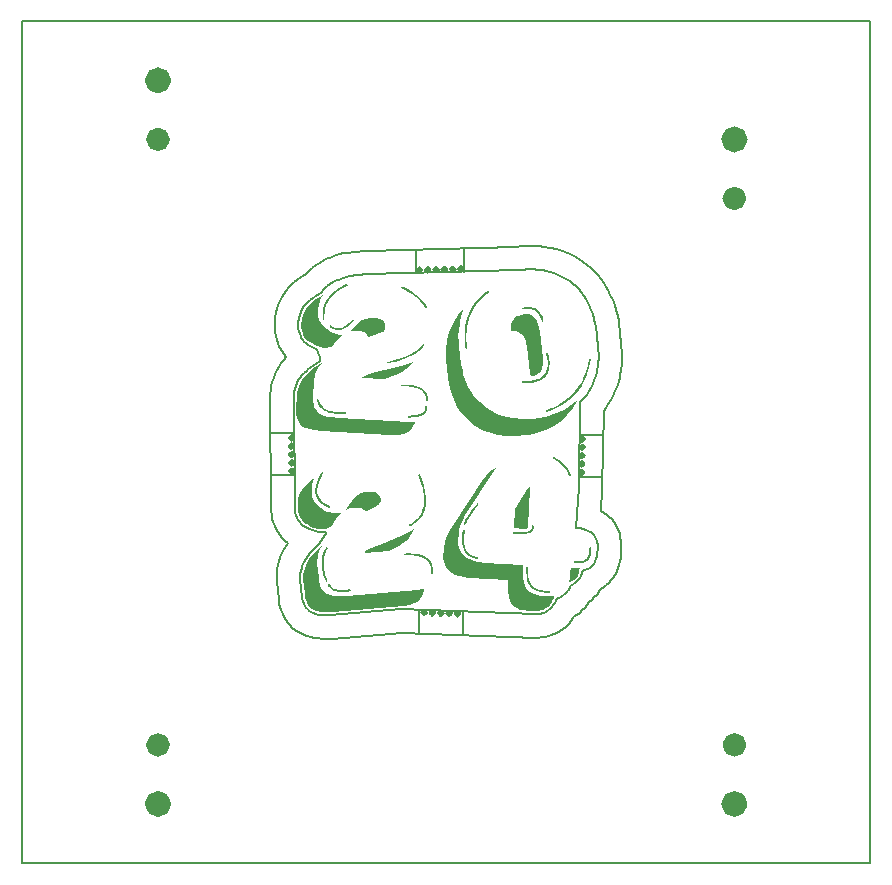
<source format=gbr>
%TF.GenerationSoftware,KiCad,Pcbnew,8.0.0*%
%TF.CreationDate,2024-03-08T11:25:02-06:00*%
%TF.ProjectId,untitled,756e7469-746c-4656-942e-6b696361645f,rev?*%
%TF.SameCoordinates,Original*%
%TF.FileFunction,Legend,Top*%
%TF.FilePolarity,Positive*%
%FSLAX46Y46*%
G04 Gerber Fmt 4.6, Leading zero omitted, Abs format (unit mm)*
G04 Created by KiCad (PCBNEW 8.0.0) date 2024-03-08 11:25:02*
%MOMM*%
%LPD*%
G01*
G04 APERTURE LIST*
%ADD10C,0.000000*%
%ADD11C,0.152400*%
%ADD12C,1.000000*%
%ADD13C,1.125000*%
%ADD14C,0.150010*%
%ADD15C,0.325000*%
G04 APERTURE END LIST*
D10*
G36*
X-1044400Y21342020D02*
G01*
X-1043380Y21340930D01*
X-1043380Y21340420D01*
X-1188590Y21165520D01*
X-1387140Y20880350D01*
X-1637000Y20363540D01*
X-1776480Y19670730D01*
X-1831850Y18537630D01*
X-1817270Y18107250D01*
X-1760860Y17748960D01*
X-1697760Y17546650D01*
X-1504670Y17220110D01*
X-1213760Y16983890D01*
X-924920Y16855640D01*
X-570690Y16761610D01*
X-296110Y16714320D01*
X351360Y16647410D01*
X6317340Y16317540D01*
X6749260Y16331080D01*
X6827110Y16338600D01*
X6827390Y16338470D01*
X6828030Y16337710D01*
X6785980Y16194690D01*
X6671360Y15937590D01*
X6597880Y15822550D01*
X6512990Y15716940D01*
X6416550Y15621030D01*
X6255850Y15499510D01*
X6052160Y15392480D01*
X5904080Y15336370D01*
X5742330Y15290770D01*
X5566050Y15255540D01*
X5168650Y15217110D01*
X4708580Y15222220D01*
X-1066370Y15545000D01*
X-1713810Y15611930D01*
X-2114040Y15687190D01*
X-2445820Y15791790D01*
X-2631440Y15881400D01*
X-2647130Y15890200D01*
X-2798950Y15995670D01*
X-2930150Y16125890D01*
X-3036740Y16276920D01*
X-3115490Y16444160D01*
X-3178580Y16646500D01*
X-3235050Y17004820D01*
X-3249600Y17435140D01*
X-3194230Y18568260D01*
X-3182400Y18709430D01*
X-3095870Y19138230D01*
X-2936190Y19545480D01*
X-2922430Y19572840D01*
X-2644420Y20018200D01*
X-2503530Y20193860D01*
X-2350520Y20362210D01*
X-2012820Y20677280D01*
X-1640760Y20964470D01*
X-1243760Y21224980D01*
X-1044830Y21342100D01*
X-1044400Y21342020D01*
G37*
G36*
X-1760040Y11556290D02*
G01*
X-1758980Y11555450D01*
X-1914680Y10966680D01*
X-1935400Y10402060D01*
X-1925350Y10275210D01*
X-1868350Y9966040D01*
X-1736390Y9626570D01*
X-1583900Y9383490D01*
X-1174090Y9000190D01*
X-808860Y8808190D01*
X-544200Y8721650D01*
X-32840Y8604120D01*
X163090Y8583190D01*
X421920Y8598310D01*
X556290Y8632900D01*
X590470Y8645190D01*
X590930Y8645040D01*
X591670Y8643750D01*
X245210Y8256930D01*
X-105840Y7699350D01*
X-190350Y7591070D01*
X-282840Y7492560D01*
X-416290Y7389010D01*
X-565700Y7310210D01*
X-726530Y7258550D01*
X-893880Y7235600D01*
X-1089130Y7239740D01*
X-1349980Y7280530D01*
X-1731160Y7373750D01*
X-2014650Y7468030D01*
X-2034480Y7476450D01*
X-2358690Y7650680D01*
X-2555910Y7802780D01*
X-2756190Y8016730D01*
X-2916280Y8262200D01*
X-3031310Y8531750D01*
X-3097780Y8817180D01*
X-3126840Y9154770D01*
X-3105070Y9597950D01*
X-3084740Y9729570D01*
X-2970950Y10144850D01*
X-2786780Y10534060D01*
X-2537820Y10885370D01*
X-2163930Y11258370D01*
X-1825680Y11513360D01*
X-1760450Y11556310D01*
X-1760040Y11556290D01*
G37*
G36*
X-988750Y27032380D02*
G01*
X-987860Y27031340D01*
X-1193220Y26649880D01*
X-1345410Y26165100D01*
X-1377290Y25986490D01*
X-1407160Y25664690D01*
X-1393760Y25349760D01*
X-1279630Y24912170D01*
X-1148530Y24656660D01*
X-812880Y24271610D01*
X-673130Y24162740D01*
X-257430Y23932850D01*
X200150Y23755780D01*
X438730Y23695360D01*
X620270Y23676810D01*
X677950Y23677170D01*
X678260Y23676940D01*
X678660Y23675670D01*
X678540Y23675290D01*
X470280Y23496350D01*
X-20570Y22924590D01*
X-154080Y22799730D01*
X-283420Y22707210D01*
X-434500Y22634060D01*
X-595990Y22588250D01*
X-762980Y22571180D01*
X-930400Y22583370D01*
X-1122500Y22623810D01*
X-1434800Y22731960D01*
X-1675180Y22830490D01*
X-1942160Y22963450D01*
X-2227280Y23166400D01*
X-2373810Y23305110D01*
X-2553330Y23534020D01*
X-2690370Y23790630D01*
X-2780780Y24067140D01*
X-2821790Y24355150D01*
X-2825980Y24451260D01*
X-2823870Y24590220D01*
X-2781100Y24971070D01*
X-2744740Y25145880D01*
X-2599920Y25573080D01*
X-2515240Y25745690D01*
X-2277810Y26106390D01*
X-1981350Y26420370D01*
X-1558720Y26737340D01*
X-1199360Y26937280D01*
X-989130Y27032460D01*
X-988750Y27032380D01*
G37*
G36*
X-1090800Y5833640D02*
G01*
X-1090730Y5833190D01*
X-1223590Y5569920D01*
X-1386330Y5099410D01*
X-1450060Y4288560D01*
X-1346000Y3160520D01*
X-1299360Y2868900D01*
X-1204260Y2497050D01*
X-1121740Y2289960D01*
X-903940Y1965680D01*
X-766350Y1845270D01*
X-604930Y1748130D01*
X-319760Y1645950D01*
X-97710Y1603300D01*
X151870Y1578760D01*
X430250Y1570480D01*
X1080540Y1595070D01*
X7054850Y2107690D01*
X7435750Y2172340D01*
X7605010Y2214400D01*
X7605340Y2214320D01*
X7606080Y2213640D01*
X7589850Y2061960D01*
X7519420Y1772390D01*
X7498350Y1715600D01*
X7399120Y1518540D01*
X7360670Y1460250D01*
X7224240Y1297990D01*
X7182090Y1257830D01*
X6991050Y1111760D01*
X6971500Y1099480D01*
X6695410Y960270D01*
X6522750Y897660D01*
X6333160Y844070D01*
X5900670Y763980D01*
X-106380Y247170D01*
X-756640Y222610D01*
X-1163350Y240970D01*
X-1506700Y298040D01*
X-1702890Y360710D01*
X-1719890Y367320D01*
X-1884980Y450450D01*
X-2033120Y560980D01*
X-2159810Y695560D01*
X-2261210Y850090D01*
X-2351990Y1041550D01*
X-2458140Y1388260D01*
X-2533020Y1812470D01*
X-2644110Y3050030D01*
X-2628470Y3448670D01*
X-2538300Y3882140D01*
X-2536740Y3887230D01*
X-2344240Y4362880D01*
X-2130450Y4725520D01*
X-1872770Y5068440D01*
X-1579120Y5391510D01*
X-1256920Y5694650D01*
X-1092430Y5834610D01*
X-1091970Y5834610D01*
X-1090800Y5833640D01*
G37*
G36*
X-995100Y12077130D02*
G01*
X-984410Y12074280D01*
X-974370Y12069620D01*
X-965290Y12063290D01*
X-957450Y12055480D01*
X-951090Y12046420D01*
X-946400Y12036400D01*
X-943510Y12025710D01*
X-942530Y12014690D01*
X-943470Y12003660D01*
X-946320Y11992970D01*
X-950980Y11982930D01*
X-1180950Y11564420D01*
X-1331930Y11224770D01*
X-1410260Y10990350D01*
X-1478380Y10632340D01*
X-1457070Y10214180D01*
X-1403900Y10030730D01*
X-1319680Y9859290D01*
X-1116660Y9613290D01*
X-903530Y9442170D01*
X-826360Y9392210D01*
X-582120Y9261320D01*
X-413740Y9188550D01*
X-404170Y9183440D01*
X-394620Y9176050D01*
X-386500Y9167110D01*
X-380060Y9156900D01*
X-375490Y9145730D01*
X-372920Y9133930D01*
X-372450Y9121870D01*
X-374080Y9109900D01*
X-377750Y9098400D01*
X-383370Y9087720D01*
X-390760Y9078170D01*
X-399700Y9070050D01*
X-409910Y9063610D01*
X-415260Y9062240D01*
X-421410Y9061480D01*
X-427330Y9061450D01*
X-433960Y9062240D01*
X-447550Y9066150D01*
X-714550Y9186190D01*
X-968070Y9333870D01*
X-1195630Y9513670D01*
X-1280130Y9598220D01*
X-1414060Y9774110D01*
X-1515410Y9970590D01*
X-1581100Y10181680D01*
X-1609140Y10400970D01*
X-1611330Y10465260D01*
X-1610530Y10534350D01*
X-1573120Y10850800D01*
X-1506630Y11105160D01*
X-1362380Y11476560D01*
X-1185420Y11828090D01*
X-1056490Y12053090D01*
X-1054730Y12055310D01*
X-1046920Y12063150D01*
X-1037860Y12069510D01*
X-1027840Y12074200D01*
X-1017150Y12077090D01*
X-1006130Y12078070D01*
X-995100Y12077130D01*
G37*
G36*
X-1411880Y18244940D02*
G01*
X-1401190Y18241700D01*
X-1391220Y18236660D01*
X-1382280Y18229950D01*
X-1374630Y18221800D01*
X-1368520Y18212450D01*
X-1364130Y18202170D01*
X-1334570Y18109670D01*
X-1241140Y17898250D01*
X-1112420Y17706260D01*
X-952320Y17539550D01*
X-619480Y17326740D01*
X-468270Y17265040D01*
X-309700Y17215970D01*
X23600Y17151650D01*
X369900Y17125370D01*
X890120Y17138730D01*
X892490Y17138910D01*
X902470Y17138640D01*
X912250Y17136650D01*
X921540Y17132980D01*
X930050Y17127760D01*
X937520Y17121130D01*
X943740Y17113310D01*
X948490Y17104530D01*
X951660Y17095060D01*
X953120Y17085180D01*
X952850Y17075200D01*
X950860Y17065420D01*
X947190Y17056130D01*
X942370Y17044950D01*
X935740Y17034970D01*
X927130Y17026130D01*
X916660Y17019140D01*
X910840Y17016430D01*
X897610Y17012670D01*
X521720Y16997070D01*
X152350Y17011570D01*
X-207520Y17063420D01*
X-464620Y17131720D01*
X-705740Y17229020D01*
X-705890Y17229100D01*
X-923410Y17355970D01*
X-1115610Y17518680D01*
X-1276620Y17712290D01*
X-1401570Y17930920D01*
X-1486660Y18167930D01*
X-1486540Y18168490D01*
X-1488210Y18175500D01*
X-1489130Y18182560D01*
X-1489130Y18184270D01*
X-1487790Y18195370D01*
X-1484550Y18206060D01*
X-1479510Y18216030D01*
X-1472800Y18224970D01*
X-1464650Y18232620D01*
X-1455300Y18238730D01*
X-1445020Y18243120D01*
X-1434140Y18245660D01*
X-1422980Y18246280D01*
X-1411880Y18244940D01*
G37*
G36*
X-650640Y5694160D02*
G01*
X-639960Y5691280D01*
X-629940Y5686600D01*
X-620890Y5680250D01*
X-613080Y5672420D01*
X-606740Y5663350D01*
X-602080Y5653330D01*
X-599230Y5642640D01*
X-598280Y5631620D01*
X-599250Y5620610D01*
X-602130Y5609930D01*
X-606810Y5599910D01*
X-787190Y5232980D01*
X-901110Y4840310D01*
X-945240Y4427370D01*
X-931880Y4085560D01*
X-879930Y3742870D01*
X-795170Y3400730D01*
X-618620Y2890220D01*
X-618190Y2889240D01*
X-615280Y2880180D01*
X-613990Y2870750D01*
X-614350Y2861240D01*
X-616360Y2851940D01*
X-619950Y2843130D01*
X-625020Y2835080D01*
X-631410Y2828020D01*
X-638930Y2822190D01*
X-647340Y2817750D01*
X-656400Y2814840D01*
X-665830Y2813550D01*
X-675340Y2813910D01*
X-687320Y2814550D01*
X-693450Y2815560D01*
X-705130Y2819250D01*
X-716130Y2825090D01*
X-721160Y2828720D01*
X-730380Y2837940D01*
X-737920Y2849500D01*
X-868430Y3208300D01*
X-969520Y3562600D01*
X-1038910Y3918100D01*
X-1070990Y4273320D01*
X-1071320Y4450280D01*
X-1048860Y4725520D01*
X-952040Y5150790D01*
X-888520Y5323360D01*
X-810310Y5494300D01*
X-716510Y5663720D01*
X-710280Y5672520D01*
X-702450Y5680330D01*
X-693380Y5686670D01*
X-683360Y5691330D01*
X-672670Y5694180D01*
X-661650Y5695130D01*
X-650640Y5694160D01*
G37*
G36*
X1051380Y27974500D02*
G01*
X1062720Y27970380D01*
X1073180Y27964350D01*
X1082420Y27956600D01*
X1090190Y27947360D01*
X1096230Y27936910D01*
X1100360Y27925570D01*
X1102460Y27913690D01*
X1102780Y27907390D01*
X1101910Y27898810D01*
X1099560Y27890510D01*
X1095810Y27882740D01*
X1090760Y27875740D01*
X1084570Y27869730D01*
X1077440Y27864880D01*
X1069570Y27861340D01*
X579120Y27619400D01*
X207770Y27387300D01*
X119560Y27322750D01*
X-208360Y27034670D01*
X-429540Y26773050D01*
X-710870Y26245460D01*
X-851690Y25669040D01*
X-877850Y25309040D01*
X-873910Y25066040D01*
X-874160Y25060400D01*
X-876030Y25049950D01*
X-879680Y25039990D01*
X-885000Y25030810D01*
X-891840Y25022700D01*
X-899990Y25015900D01*
X-909190Y25010610D01*
X-919170Y25007010D01*
X-929620Y25005190D01*
X-940230Y25005210D01*
X-945170Y25005660D01*
X-956070Y25008040D01*
X-966390Y25012270D01*
X-975810Y25018230D01*
X-984060Y25025740D01*
X-990880Y25034570D01*
X-996060Y25044440D01*
X-999450Y25055070D01*
X-1000940Y25066120D01*
X-1005050Y25189740D01*
X-992100Y25557960D01*
X-937920Y25918870D01*
X-929750Y25956340D01*
X-794180Y26380140D01*
X-647600Y26671530D01*
X-411710Y26999290D01*
X-170080Y27247240D01*
X98480Y27464720D01*
X387930Y27655470D01*
X795830Y27874540D01*
X1004950Y27971220D01*
X1005920Y27971090D01*
X1015550Y27974480D01*
X1027430Y27976580D01*
X1039500Y27976590D01*
X1051380Y27974500D01*
G37*
G36*
X-478360Y2586430D02*
G01*
X-467190Y2584230D01*
X-456570Y2580120D01*
X-446820Y2574220D01*
X-438250Y2566730D01*
X-431110Y2557860D01*
X-328820Y2423520D01*
X-204760Y2308980D01*
X-62690Y2217720D01*
X130730Y2141320D01*
X360270Y2092760D01*
X600350Y2075460D01*
X844800Y2081050D01*
X1321460Y2127730D01*
X1323920Y2128050D01*
X1333290Y2128350D01*
X1342570Y2127020D01*
X1351480Y2124090D01*
X1359750Y2119660D01*
X1367120Y2113860D01*
X1373370Y2106870D01*
X1378310Y2098910D01*
X1381800Y2090200D01*
X1383710Y2081020D01*
X1384010Y2071650D01*
X1382680Y2062370D01*
X1379750Y2053460D01*
X1375920Y2041860D01*
X1370200Y2030960D01*
X1362630Y2021150D01*
X1358190Y2016790D01*
X1347770Y2009270D01*
X1335560Y2003810D01*
X1321440Y2000760D01*
X808330Y1954940D01*
X421110Y1962250D01*
X172800Y2002360D01*
X-19440Y2062350D01*
X-206580Y2158190D01*
X-295100Y2221010D01*
X-432020Y2349790D01*
X-544500Y2500380D01*
X-547320Y2506750D01*
X-549350Y2513030D01*
X-550620Y2519320D01*
X-550320Y2528490D01*
X-548120Y2539660D01*
X-544010Y2550280D01*
X-538110Y2560030D01*
X-530620Y2568600D01*
X-521750Y2575740D01*
X-511780Y2581230D01*
X-501000Y2584910D01*
X-489750Y2586660D01*
X-478360Y2586430D01*
G37*
G36*
X1545050Y24981020D02*
G01*
X1554650Y24978230D01*
X1563620Y24973820D01*
X1571690Y24967920D01*
X1578610Y24960710D01*
X1584170Y24952400D01*
X1588210Y24943260D01*
X1592680Y24932080D01*
X1595090Y24920170D01*
X1595220Y24907880D01*
X1594360Y24901680D01*
X1590570Y24889310D01*
X1587580Y24883190D01*
X1583840Y24877220D01*
X1311500Y24585400D01*
X1253340Y24531420D01*
X1069090Y24381820D01*
X869290Y24257380D01*
X859850Y24252430D01*
X652830Y24166880D01*
X596670Y24150560D01*
X418490Y24120490D01*
X237800Y24121820D01*
X60090Y24154500D01*
X-109250Y24217550D01*
X-334570Y24343360D01*
X-388240Y24381000D01*
X-403500Y24396010D01*
X-407190Y24401580D01*
X-412520Y24413130D01*
X-415340Y24425250D01*
X-415900Y24431400D01*
X-415920Y24431600D01*
X-416180Y24442650D01*
X-414520Y24453580D01*
X-410980Y24464050D01*
X-405680Y24473740D01*
X-398780Y24482370D01*
X-390480Y24489670D01*
X-381050Y24495420D01*
X-370750Y24499450D01*
X-359920Y24501620D01*
X-348870Y24501880D01*
X-324490Y24490780D01*
X-272640Y24454330D01*
X-111990Y24359770D01*
X35660Y24294530D01*
X192390Y24255920D01*
X353450Y24245120D01*
X597130Y24282910D01*
X976600Y24471250D01*
X1197580Y24651560D01*
X1489530Y24961060D01*
X1490770Y24962520D01*
X1497980Y24969440D01*
X1506290Y24975000D01*
X1515430Y24979040D01*
X1525140Y24981430D01*
X1535110Y24982090D01*
X1545050Y24981020D01*
G37*
G36*
X3368800Y10389720D02*
G01*
X3423830Y10377680D01*
X3556970Y10330970D01*
X3633410Y10290470D01*
X3711080Y10231220D01*
X3777280Y10159390D01*
X3829990Y10077150D01*
X3867630Y9987000D01*
X3893700Y9889860D01*
X3914980Y9719030D01*
X3912860Y9681860D01*
X3900100Y9616550D01*
X3876190Y9554460D01*
X3863510Y9533400D01*
X3774270Y9414490D01*
X3665730Y9312880D01*
X3400450Y9135310D01*
X2922400Y8881670D01*
X2637310Y8740340D01*
X2636600Y8740570D01*
X2579680Y8824130D01*
X2509110Y8896540D01*
X2427040Y8955590D01*
X2267940Y9020580D01*
X2047570Y9061810D01*
X1778100Y9070160D01*
X1569620Y9058100D01*
X1276850Y9005960D01*
X933780Y8872250D01*
X932840Y8873490D01*
X932870Y8873950D01*
X1046760Y9005320D01*
X1217850Y9260100D01*
X1450420Y9631250D01*
X1498690Y9698940D01*
X1706160Y9930850D01*
X1950750Y10123210D01*
X2225030Y10270170D01*
X2520670Y10367270D01*
X2828670Y10411560D01*
X3185970Y10413870D01*
X3368800Y10389720D01*
G37*
G36*
X3638020Y25092410D02*
G01*
X3746680Y25067560D01*
X3890110Y25020850D01*
X3895820Y25018960D01*
X3990680Y24977590D01*
X4076920Y24920380D01*
X4151920Y24849060D01*
X4213390Y24765800D01*
X4259480Y24673130D01*
X4288760Y24573860D01*
X4300370Y24471020D01*
X4300930Y24329820D01*
X4290800Y24260710D01*
X4281200Y24227840D01*
X4280040Y24225420D01*
X4223370Y24129200D01*
X4150850Y24044290D01*
X4064690Y23973260D01*
X3800170Y23829820D01*
X3449800Y23692150D01*
X2864660Y23495230D01*
X2863930Y23495640D01*
X2834690Y23589610D01*
X2789580Y23677070D01*
X2729960Y23755380D01*
X2657650Y23822140D01*
X2488820Y23911790D01*
X2248460Y23984360D01*
X1944880Y24027210D01*
X1829030Y24035280D01*
X1418540Y24005460D01*
X1364920Y23994240D01*
X1364510Y23994410D01*
X1363850Y23995560D01*
X1363930Y23996020D01*
X1852830Y24562260D01*
X2079910Y24769850D01*
X2342800Y24937320D01*
X2630780Y25056590D01*
X2935090Y25124040D01*
X3246500Y25137620D01*
X3638020Y25092410D01*
G37*
G36*
X6642130Y21414770D02*
G01*
X6642960Y21413650D01*
X6389150Y21100720D01*
X6025060Y20774790D01*
X5730520Y20575370D01*
X5414570Y20402300D01*
X4908040Y20183140D01*
X4553510Y20057870D01*
X4189650Y19944380D01*
X2348840Y20046540D01*
X2337710Y20048470D01*
X2329940Y20054440D01*
X2323390Y20065210D01*
X2318740Y20079790D01*
X2317270Y20090460D01*
X2317900Y20094460D01*
X2321540Y20107720D01*
X2327440Y20120160D01*
X2335400Y20131380D01*
X2345190Y20141050D01*
X2356520Y20148870D01*
X2369030Y20154600D01*
X2382340Y20158080D01*
X2730650Y20308060D01*
X3181680Y20454490D01*
X3855290Y20619360D01*
X4950660Y20864420D01*
X5663640Y21060540D01*
X6165370Y21224950D01*
X6641690Y21414890D01*
X6642130Y21414770D01*
G37*
G36*
X6766230Y7275680D02*
G01*
X6767300Y7274760D01*
X6575040Y6910970D01*
X6286200Y6529830D01*
X6037430Y6282390D01*
X5762630Y6059200D01*
X5465650Y5856680D01*
X4986760Y5583960D01*
X4651150Y5417820D01*
X2573780Y5239360D01*
X2571800Y5239540D01*
X2568090Y5240600D01*
X2559990Y5246090D01*
X2551330Y5258100D01*
X2545490Y5272130D01*
X2542770Y5285080D01*
X2543540Y5290230D01*
X2547500Y5304550D01*
X2553890Y5317970D01*
X2562520Y5330080D01*
X2573110Y5340510D01*
X2585360Y5348940D01*
X2598880Y5355110D01*
X2922650Y5552340D01*
X3348740Y5760470D01*
X3992650Y6018200D01*
X5042810Y6414590D01*
X5756550Y6724780D01*
X6279690Y6985280D01*
X6765820Y7275700D01*
X6766230Y7275680D01*
G37*
G36*
X7556540Y22921490D02*
G01*
X7568150Y22917590D01*
X7578900Y22911730D01*
X7588470Y22904090D01*
X7596580Y22894910D01*
X7602960Y22884460D01*
X7606590Y22862740D01*
X7598540Y22838640D01*
X7494080Y22707160D01*
X7147260Y22362540D01*
X6977230Y22229500D01*
X6798560Y22107370D01*
X6418990Y21892840D01*
X6017030Y21713900D01*
X5600850Y21565360D01*
X4968110Y21388650D01*
X4545480Y21293000D01*
X4538240Y21292570D01*
X4513200Y21297700D01*
X4493390Y21311640D01*
X4479930Y21331430D01*
X4475840Y21342710D01*
X4473600Y21354240D01*
X4472970Y21363450D01*
X4473940Y21372920D01*
X4476540Y21382070D01*
X4480690Y21390630D01*
X4486270Y21398340D01*
X4493100Y21404970D01*
X4500980Y21410310D01*
X4509660Y21414200D01*
X4518890Y21416520D01*
X5125620Y21558710D01*
X5741440Y21744310D01*
X6142560Y21900570D01*
X6526070Y22088860D01*
X6883300Y22314180D01*
X7049390Y22442370D01*
X7484770Y22896580D01*
X7489150Y22901630D01*
X7498330Y22909740D01*
X7508780Y22916120D01*
X7520180Y22920590D01*
X7532190Y22923020D01*
X7544430Y22923320D01*
X7556540Y22921490D01*
G37*
G36*
X5688020Y27772690D02*
G01*
X5697450Y27769920D01*
X6175910Y27553620D01*
X6626330Y27294740D01*
X6907200Y27096310D01*
X7213860Y26835600D01*
X7631130Y26362940D01*
X7825160Y26068070D01*
X7829230Y26060010D01*
X7832410Y26049880D01*
X7833780Y26039360D01*
X7833300Y26028750D01*
X7830990Y26018390D01*
X7826920Y26008590D01*
X7821200Y25999650D01*
X7814020Y25991830D01*
X7805590Y25985380D01*
X7796170Y25980490D01*
X7787860Y25976860D01*
X7777700Y25974260D01*
X7767250Y25973470D01*
X7756810Y25974510D01*
X7746710Y25977340D01*
X7737260Y25981880D01*
X7728740Y25988000D01*
X7721410Y25995500D01*
X7715500Y26004160D01*
X7625210Y26149400D01*
X6959270Y26892630D01*
X6696790Y27095040D01*
X6417890Y27276700D01*
X5973650Y27512770D01*
X5663620Y27647540D01*
X5640400Y27662710D01*
X5626660Y27683610D01*
X5624530Y27689450D01*
X5621960Y27701440D01*
X5621400Y27707540D01*
X5621190Y27708950D01*
X5620560Y27718760D01*
X5621650Y27728520D01*
X5624420Y27737950D01*
X5628780Y27746750D01*
X5634610Y27754670D01*
X5641720Y27761450D01*
X5649900Y27766890D01*
X5658900Y27770830D01*
X5668450Y27773150D01*
X5678260Y27773780D01*
X5688020Y27772690D01*
G37*
G36*
X6240680Y19457340D02*
G01*
X6618120Y19416060D01*
X6894780Y19358990D01*
X7155540Y19274490D01*
X7390890Y19158000D01*
X7394070Y19156130D01*
X7537110Y19054470D01*
X7660320Y18929510D01*
X7759960Y18785050D01*
X7833010Y18625490D01*
X7877230Y18455660D01*
X7891300Y18280740D01*
X7889060Y18172070D01*
X7888850Y18169890D01*
X7886640Y18158590D01*
X7882500Y18147850D01*
X7876560Y18137990D01*
X7869000Y18129300D01*
X7860040Y18122070D01*
X7849970Y18116500D01*
X7839070Y18112760D01*
X7827700Y18110980D01*
X7816190Y18111190D01*
X7807060Y18112540D01*
X7797430Y18115650D01*
X7788480Y18120390D01*
X7780500Y18126620D01*
X7773720Y18134130D01*
X7768340Y18142710D01*
X7764540Y18152090D01*
X7762430Y18161990D01*
X7762060Y18172100D01*
X7763990Y18273140D01*
X7748660Y18440210D01*
X7687720Y18644590D01*
X7608360Y18785300D01*
X7505760Y18910100D01*
X7285460Y19076210D01*
X7061890Y19179390D01*
X6899380Y19231360D01*
X6554270Y19301050D01*
X6200550Y19334250D01*
X5701310Y19339640D01*
X5674460Y19344390D01*
X5655310Y19358280D01*
X5651730Y19362830D01*
X5645990Y19372910D01*
X5642180Y19383930D01*
X5640250Y19395590D01*
X5639990Y19401560D01*
X5640960Y19413370D01*
X5643850Y19424950D01*
X5648600Y19435800D01*
X5651700Y19440830D01*
X5655310Y19445550D01*
X5663970Y19453940D01*
X5668900Y19457440D01*
X5674490Y19460490D01*
X5680410Y19462950D01*
X5686880Y19464810D01*
X5693920Y19466080D01*
X6240680Y19457340D01*
G37*
G36*
X6794780Y5154040D02*
G01*
X7168390Y5095090D01*
X7407530Y5026790D01*
X7522620Y4982410D01*
X7645040Y4925350D01*
X7868770Y4782640D01*
X7944410Y4717830D01*
X8075290Y4571780D01*
X8178820Y4405230D01*
X8251850Y4223230D01*
X8290950Y4056440D01*
X8315400Y3781910D01*
X8297140Y3506060D01*
X8296450Y3501970D01*
X8293050Y3490220D01*
X8287660Y3479250D01*
X8280450Y3469370D01*
X8271630Y3460900D01*
X8261480Y3454090D01*
X8250290Y3449140D01*
X8238420Y3446210D01*
X8226220Y3445390D01*
X8214060Y3446700D01*
X8207550Y3448270D01*
X8198890Y3451780D01*
X8190980Y3456750D01*
X8184050Y3463010D01*
X8178320Y3470380D01*
X8173950Y3478640D01*
X8171080Y3487520D01*
X8169800Y3496780D01*
X8170140Y3506110D01*
X8180120Y3595370D01*
X8185680Y3860110D01*
X8149160Y4114420D01*
X8098980Y4277270D01*
X8021280Y4428930D01*
X7918430Y4564800D01*
X7754870Y4709310D01*
X7302780Y4927240D01*
X6964500Y5005120D01*
X6614640Y5040710D01*
X6149950Y5043860D01*
X5926180Y5034790D01*
X5899760Y5038830D01*
X5880560Y5052240D01*
X5873880Y5061530D01*
X5869150Y5072020D01*
X5866310Y5083300D01*
X5865370Y5095140D01*
X5866330Y5106950D01*
X5869250Y5118610D01*
X5873980Y5129580D01*
X5880660Y5139510D01*
X5889220Y5148070D01*
X5899730Y5154930D01*
X5905680Y5157550D01*
X5912130Y5159580D01*
X5919090Y5161030D01*
X6415810Y5173370D01*
X6794780Y5154040D01*
G37*
G36*
X7782740Y17680910D02*
G01*
X7804450Y17669510D01*
X7821170Y17650590D01*
X7830070Y17593420D01*
X7832510Y17481370D01*
X7815460Y17370610D01*
X7779430Y17264480D01*
X7725520Y17166230D01*
X7655370Y17078830D01*
X7571110Y17004940D01*
X7475300Y16946800D01*
X7298330Y16866180D01*
X7036130Y16790420D01*
X6627880Y16727580D01*
X6254800Y16700070D01*
X6247920Y16700680D01*
X6224910Y16709540D01*
X6209590Y16726360D01*
X6204860Y16736800D01*
X6202020Y16748070D01*
X6201310Y16753920D01*
X6201060Y16756910D01*
X6201270Y16768380D01*
X6203460Y16779650D01*
X6207580Y16790360D01*
X6213500Y16800190D01*
X6221040Y16808850D01*
X6229960Y16816070D01*
X6240000Y16821620D01*
X6250850Y16825350D01*
X6262190Y16827140D01*
X6710980Y16861280D01*
X7084950Y16927070D01*
X7260790Y16982570D01*
X7418350Y17057800D01*
X7498130Y17109000D01*
X7567810Y17173280D01*
X7625270Y17248680D01*
X7668760Y17332920D01*
X7696970Y17423420D01*
X7709030Y17517450D01*
X7702800Y17624300D01*
X7702490Y17626800D01*
X7702370Y17636010D01*
X7703850Y17645100D01*
X7706880Y17653790D01*
X7711380Y17661830D01*
X7717210Y17668960D01*
X7724180Y17674970D01*
X7732100Y17679680D01*
X7740710Y17682940D01*
X7749750Y17684660D01*
X7758960Y17684780D01*
X7782740Y17680910D01*
G37*
G36*
X7181340Y11876330D02*
G01*
X7193530Y11874680D01*
X7205120Y11870990D01*
X7215990Y11865130D01*
X7220990Y11861390D01*
X7230110Y11852050D01*
X7234150Y11846410D01*
X7240550Y11833500D01*
X7464120Y11189770D01*
X7599830Y10690170D01*
X7691650Y10181840D01*
X7720990Y9840650D01*
X7706180Y9329320D01*
X7656630Y9023320D01*
X7630360Y8919430D01*
X7500150Y8573680D01*
X7311890Y8255780D01*
X7071280Y7975410D01*
X6785640Y7741080D01*
X6555940Y7597140D01*
X6433970Y7533460D01*
X6431480Y7532270D01*
X6420540Y7528500D01*
X6409100Y7526680D01*
X6397520Y7526880D01*
X6386150Y7529080D01*
X6375340Y7533220D01*
X6365410Y7539180D01*
X6356670Y7546780D01*
X6349370Y7555770D01*
X6343750Y7565900D01*
X6339980Y7576840D01*
X6338160Y7588280D01*
X6338050Y7589760D01*
X6338260Y7599140D01*
X6340100Y7608340D01*
X6343510Y7617090D01*
X6348390Y7625110D01*
X6354580Y7632160D01*
X6361910Y7638020D01*
X6370140Y7642530D01*
X6490280Y7705320D01*
X7006640Y8093910D01*
X7230560Y8365010D01*
X7404000Y8670880D01*
X7568590Y9241360D01*
X7596810Y9566860D01*
X7592470Y9893600D01*
X7559780Y10220100D01*
X7466790Y10706350D01*
X7333670Y11184050D01*
X7118120Y11799650D01*
X7116870Y11803010D01*
X7114550Y11812560D01*
X7113920Y11822360D01*
X7115000Y11832130D01*
X7117760Y11841560D01*
X7122120Y11850370D01*
X7127940Y11858280D01*
X7135050Y11865070D01*
X7143220Y11870510D01*
X7152220Y11874460D01*
X7161770Y11876780D01*
X7171570Y11877410D01*
X7181340Y11876330D01*
G37*
G36*
X13635480Y12392530D02*
G01*
X13636370Y12391490D01*
X13636420Y12391060D01*
X11072550Y8418730D01*
X10864190Y8045910D01*
X10756700Y7817820D01*
X10636480Y7492820D01*
X10558020Y7172050D01*
X10512930Y6836920D01*
X10480270Y6289520D01*
X10485500Y6009080D01*
X10562030Y5658590D01*
X10715220Y5339990D01*
X10941760Y5058640D01*
X11238870Y4819750D01*
X11603180Y4628790D01*
X11918750Y4520110D01*
X12148490Y4465350D01*
X12393350Y4425620D01*
X12652860Y4401460D01*
X15989350Y4199890D01*
X15989830Y4199410D01*
X15989940Y4199100D01*
X15964280Y3763670D01*
X15963870Y3763040D01*
X15963470Y3762760D01*
X15963320Y3762500D01*
X15956410Y3399560D01*
X15981760Y3068120D01*
X16039950Y2769340D01*
X16131310Y2503370D01*
X16243230Y2289230D01*
X16390630Y2097780D01*
X16569040Y1934830D01*
X16923440Y1738380D01*
X17200140Y1653160D01*
X17513330Y1602840D01*
X18156120Y1566370D01*
X18465240Y1582800D01*
X18607560Y1604090D01*
X18607860Y1603980D01*
X18608600Y1603200D01*
X18608650Y1602920D01*
X18561100Y1438020D01*
X18437760Y1138610D01*
X18396230Y1059620D01*
X18253340Y851790D01*
X18076540Y671920D01*
X17871190Y525490D01*
X17643530Y416940D01*
X17577340Y393980D01*
X17260160Y320420D01*
X16910000Y296160D01*
X16355850Y323900D01*
X16030600Y362480D01*
X15741700Y436090D01*
X15488770Y544450D01*
X15290690Y671480D01*
X15115450Y832690D01*
X14970870Y1021880D01*
X14861340Y1233300D01*
X14769950Y1499260D01*
X14746830Y1595220D01*
X14691260Y2015460D01*
X14685160Y2247160D01*
X14693370Y2491790D01*
X14693600Y2492150D01*
X14694050Y2492500D01*
X14694180Y2492730D01*
X14719910Y2929590D01*
X14719550Y2929970D01*
X11382830Y3131460D01*
X10999090Y3173580D01*
X10648850Y3250080D01*
X10236000Y3401700D01*
X9968920Y3549750D01*
X9852470Y3630700D01*
X9629630Y3832480D01*
X9445220Y4069890D01*
X9323320Y4305600D01*
X9244000Y4560040D01*
X9208720Y4831000D01*
X9206940Y4924500D01*
X9242910Y5566890D01*
X9246360Y5605760D01*
X9345800Y6145730D01*
X9537500Y6660240D01*
X9726400Y7019420D01*
X9976560Y7425740D01*
X12663090Y11573840D01*
X12786720Y11740060D01*
X12912670Y11888650D01*
X12948630Y11928090D01*
X13194240Y12147920D01*
X13474290Y12321770D01*
X13635130Y12392610D01*
X13635480Y12392530D01*
G37*
G36*
X10987150Y25945870D02*
G01*
X10987250Y25945470D01*
X10718520Y25219200D01*
X10622100Y24829850D01*
X10583880Y24629470D01*
X10509430Y24006940D01*
X10493830Y23574710D01*
X10505870Y23129290D01*
X10545900Y22671300D01*
X10715700Y21265410D01*
X10770210Y20957240D01*
X10835940Y20658100D01*
X10912780Y20368310D01*
X11000510Y20087840D01*
X11328220Y19304410D01*
X11458450Y19063110D01*
X11599010Y18831940D01*
X11749630Y18611240D01*
X12282450Y17991800D01*
X12914750Y17474290D01*
X13785470Y17006490D01*
X14039040Y16909750D01*
X14301290Y16825210D01*
X15137660Y16646550D01*
X15432760Y16612460D01*
X15735710Y16591380D01*
X16046370Y16583460D01*
X16364590Y16588820D01*
X16690490Y16607660D01*
X17300090Y16676880D01*
X17831360Y16774620D01*
X18333770Y16903900D01*
X19032120Y17155160D01*
X19460290Y17359550D01*
X19663050Y17472530D01*
X20396860Y17993410D01*
X20556420Y18136390D01*
X20556860Y18136410D01*
X20558070Y18135470D01*
X20228270Y17537170D01*
X19725140Y16894280D01*
X19118020Y16348530D01*
X18838370Y16151760D01*
X18540910Y15970890D01*
X18225740Y15806290D01*
X17893230Y15658390D01*
X17543370Y15527480D01*
X17176550Y15413990D01*
X16792800Y15318280D01*
X16392400Y15240790D01*
X15975510Y15181780D01*
X15642360Y15149320D01*
X15316530Y15130480D01*
X14998270Y15125090D01*
X14687580Y15133040D01*
X14384680Y15154120D01*
X14089580Y15188210D01*
X13802510Y15235120D01*
X12990960Y15451400D01*
X12737410Y15548130D01*
X12492560Y15656890D01*
X11863180Y16018340D01*
X11232720Y16534750D01*
X10701500Y17152800D01*
X10550860Y17373520D01*
X10410270Y17604710D01*
X10280090Y17845990D01*
X9952360Y18629450D01*
X9864600Y18909920D01*
X9787810Y19199760D01*
X9722000Y19498840D01*
X9624290Y20124370D01*
X9463580Y21578650D01*
X9447150Y21936410D01*
X9448320Y22286090D01*
X9466910Y22627130D01*
X9502780Y22959670D01*
X9555710Y23283010D01*
X9712200Y23901270D01*
X10007050Y24634400D01*
X10439060Y25333390D01*
X10985880Y25946740D01*
X10987150Y25945870D01*
G37*
G36*
X10972020Y7188560D02*
G01*
X10983600Y7184490D01*
X10986620Y7182920D01*
X10994000Y7177860D01*
X11000380Y7171600D01*
X11005570Y7164320D01*
X11009430Y7156250D01*
X11011820Y7147640D01*
X11012690Y7138740D01*
X11011990Y7129830D01*
X10960660Y6584140D01*
X10958120Y6215940D01*
X10986470Y5939760D01*
X11049610Y5665220D01*
X11118670Y5489060D01*
X11217270Y5327560D01*
X11342420Y5185650D01*
X11490310Y5067620D01*
X11725760Y4949570D01*
X11980090Y4878430D01*
X12070310Y4863340D01*
X12073550Y4862870D01*
X12082340Y4860520D01*
X12090590Y4856680D01*
X12098040Y4851460D01*
X12104470Y4845020D01*
X12109690Y4837570D01*
X12113540Y4829320D01*
X12115890Y4820540D01*
X12116690Y4811470D01*
X12115890Y4802410D01*
X12113540Y4793620D01*
X12103510Y4771620D01*
X12086820Y4753640D01*
X12064210Y4742510D01*
X11776910Y4797150D01*
X11615520Y4851930D01*
X11429930Y4949820D01*
X11264160Y5078450D01*
X11209400Y5132080D01*
X11085180Y5287300D01*
X10989790Y5461740D01*
X10975680Y5495490D01*
X10882760Y5797070D01*
X10838560Y6101770D01*
X10828960Y6308650D01*
X10843970Y6723810D01*
X10884690Y7129650D01*
X10885090Y7130160D01*
X10886190Y7137120D01*
X10886370Y7137810D01*
X10890440Y7149390D01*
X10896460Y7160090D01*
X10904240Y7169570D01*
X10913550Y7177570D01*
X10924100Y7183820D01*
X10935590Y7188150D01*
X10947650Y7190410D01*
X10959920Y7190550D01*
X10972020Y7188560D01*
G37*
G36*
X12104440Y9410730D02*
G01*
X12114050Y9409010D01*
X12123210Y9405650D01*
X12131650Y9400760D01*
X12139110Y9394470D01*
X12145360Y9386980D01*
X12150220Y9378520D01*
X12151530Y9376380D01*
X12156540Y9365920D01*
X12159670Y9354760D01*
X12160810Y9343220D01*
X12159920Y9331660D01*
X12157050Y9320420D01*
X12152260Y9309860D01*
X12145720Y9300290D01*
X11693450Y8711620D01*
X11351640Y8197820D01*
X11113950Y7764350D01*
X11060760Y7652720D01*
X11060300Y7651680D01*
X11055680Y7643430D01*
X11049690Y7636100D01*
X11042530Y7629930D01*
X11034390Y7625090D01*
X11025550Y7621740D01*
X11016250Y7619980D01*
X11006790Y7619860D01*
X10997460Y7621380D01*
X10988520Y7624500D01*
X10980270Y7629120D01*
X10961800Y7644330D01*
X10954610Y7654090D01*
X10949080Y7665090D01*
X10947100Y7670830D01*
X10944830Y7683270D01*
X10944630Y7689750D01*
X10946280Y7702750D01*
X10948290Y7709710D01*
X11183290Y8162800D01*
X11451260Y8586800D01*
X11899210Y9193120D01*
X12060830Y9395490D01*
X12067440Y9400900D01*
X12075900Y9405760D01*
X12085080Y9409080D01*
X12094690Y9410750D01*
X12104440Y9410730D01*
G37*
G36*
X12999740Y27405970D02*
G01*
X13009570Y27403530D01*
X13018830Y27399420D01*
X13027240Y27393770D01*
X13034530Y27386740D01*
X13040500Y27378550D01*
X13044950Y27369450D01*
X13047750Y27359710D01*
X13049110Y27354850D01*
X13050700Y27343840D01*
X13050360Y27332720D01*
X13048090Y27321830D01*
X13043970Y27311500D01*
X13038110Y27302040D01*
X13030710Y27293750D01*
X13021970Y27286860D01*
X12888440Y27193440D01*
X12513110Y26890800D01*
X12177650Y26552680D01*
X11776840Y26009220D01*
X11436580Y25298040D01*
X11332670Y24972370D01*
X11222940Y24474020D01*
X11162740Y23967410D01*
X11145650Y23456470D01*
X11165150Y22944960D01*
X11195300Y22605640D01*
X11195570Y22603710D01*
X11195890Y22594260D01*
X11194570Y22584890D01*
X11191640Y22575900D01*
X11187190Y22567550D01*
X11181370Y22560100D01*
X11174340Y22553780D01*
X11166310Y22548770D01*
X11157540Y22545240D01*
X11148290Y22543270D01*
X11138840Y22542950D01*
X11129470Y22544270D01*
X11120480Y22547200D01*
X11108870Y22551030D01*
X11098120Y22556670D01*
X11088320Y22564270D01*
X11083950Y22568740D01*
X11076610Y22579130D01*
X11073590Y22585200D01*
X11071200Y22591570D01*
X11068300Y22605590D01*
X11026700Y23141970D01*
X11018490Y23501480D01*
X11040720Y24039800D01*
X11058400Y24218340D01*
X11145980Y24748440D01*
X11235740Y25095430D01*
X11360250Y25453430D01*
X11681850Y26089110D01*
X12108940Y26659280D01*
X12346890Y26904850D01*
X12964340Y27400350D01*
X12969820Y27402800D01*
X12979560Y27405600D01*
X12989630Y27406670D01*
X12999740Y27405970D01*
G37*
G36*
X16415770Y25439700D02*
G01*
X16472910Y25430000D01*
X16646020Y25379600D01*
X16713890Y25349580D01*
X16844390Y25270280D01*
X16898850Y25226690D01*
X17012060Y25110190D01*
X17037490Y25077740D01*
X17150540Y24897690D01*
X17261310Y24631190D01*
X17345710Y24309170D01*
X17405150Y23929900D01*
X17656070Y21745090D01*
X17664100Y21373010D01*
X17642000Y21129520D01*
X17595240Y20915580D01*
X17559390Y20811290D01*
X17473520Y20641740D01*
X17417360Y20563150D01*
X17307020Y20447160D01*
X17178220Y20352090D01*
X17034870Y20280830D01*
X16838090Y20217310D01*
X16614110Y20177580D01*
X16613940Y20177630D01*
X16613280Y20178140D01*
X16613150Y20178400D01*
X16588160Y20493690D01*
X16328260Y22680960D01*
X16249950Y23050680D01*
X16225900Y23133000D01*
X16142340Y23356440D01*
X16041270Y23545040D01*
X15945420Y23674950D01*
X15828470Y23786240D01*
X15693970Y23875530D01*
X15546010Y23940110D01*
X15383970Y23978770D01*
X15177520Y23995000D01*
X14949040Y23981490D01*
X14929030Y23978540D01*
X14928320Y23979070D01*
X14928220Y23979280D01*
X14923590Y24151290D01*
X14932990Y24387400D01*
X14962510Y24596830D01*
X15012820Y24780490D01*
X15014170Y24784480D01*
X15077500Y24927340D01*
X15164670Y25057040D01*
X15273050Y25169630D01*
X15399320Y25261690D01*
X15539670Y25330430D01*
X15784500Y25405050D01*
X16114240Y25450320D01*
X16172140Y25453340D01*
X16415770Y25439700D01*
G37*
G36*
X16796490Y7619590D02*
G01*
X16808250Y7615960D01*
X16824910Y7601050D01*
X16826910Y7592240D01*
X16840620Y7484320D01*
X16835380Y7375660D01*
X16811350Y7269560D01*
X16771060Y7188000D01*
X16714150Y7109580D01*
X16644480Y7042240D01*
X16564180Y6988020D01*
X16446170Y6933680D01*
X16258720Y6878500D01*
X15977340Y6839790D01*
X15551610Y6835950D01*
X15186430Y6862520D01*
X15179500Y6864270D01*
X15156690Y6876720D01*
X15141500Y6895870D01*
X15136700Y6907070D01*
X15133850Y6918660D01*
X15133140Y6924780D01*
X15132450Y6930870D01*
X15132740Y6940430D01*
X15134680Y6949790D01*
X15138220Y6958680D01*
X15143250Y6966810D01*
X15149620Y6973940D01*
X15157130Y6979870D01*
X15165550Y6984400D01*
X15174630Y6987390D01*
X15184090Y6988770D01*
X15193650Y6988480D01*
X15620670Y6956580D01*
X16017320Y6963050D01*
X16272100Y7002860D01*
X16440300Y7059270D01*
X16535860Y7112180D01*
X16592170Y7156510D01*
X16639930Y7209950D01*
X16677680Y7270870D01*
X16704290Y7337410D01*
X16718930Y7407570D01*
X16711040Y7549620D01*
X16711100Y7553250D01*
X16712630Y7565450D01*
X16716260Y7577210D01*
X16721880Y7588160D01*
X16729310Y7597960D01*
X16738330Y7606330D01*
X16748660Y7613000D01*
X16760000Y7617780D01*
X16772000Y7620510D01*
X16784290Y7621120D01*
X16796490Y7619590D01*
G37*
G36*
X16518120Y10820520D02*
G01*
X16526260Y10818120D01*
X16533860Y10814330D01*
X16540680Y10809290D01*
X16546530Y10803130D01*
X16554190Y10782860D01*
X16559250Y10757940D01*
X16562170Y10648720D01*
X16370530Y7489980D01*
X16368490Y7475910D01*
X16352770Y7414440D01*
X16328970Y7363890D01*
X16321410Y7351970D01*
X16298010Y7323400D01*
X16270000Y7299320D01*
X16238240Y7280470D01*
X16203680Y7267420D01*
X16143200Y7254370D01*
X16053870Y7252180D01*
X15167860Y7305780D01*
X15167380Y7306260D01*
X15268040Y8976390D01*
X16404950Y10726420D01*
X16464890Y10794620D01*
X16466900Y10798230D01*
X16471940Y10805050D01*
X16478100Y10810900D01*
X16485180Y10815590D01*
X16492960Y10818980D01*
X16501210Y10820960D01*
X16509690Y10821480D01*
X16518120Y10820520D01*
G37*
G36*
X18010840Y22188550D02*
G01*
X18021390Y22185190D01*
X18031190Y22180050D01*
X18039950Y22173290D01*
X18047400Y22165110D01*
X18053320Y22155760D01*
X18057520Y22145520D01*
X18157670Y21667980D01*
X18193000Y21295110D01*
X18193590Y21170870D01*
X18174000Y20925490D01*
X18173600Y20921650D01*
X18128540Y20695540D01*
X18044900Y20480690D01*
X17925230Y20283630D01*
X17773160Y20110350D01*
X17593300Y19966100D01*
X17391130Y19855280D01*
X17349150Y19836470D01*
X17020590Y19726680D01*
X16626690Y19660010D01*
X16230600Y19638750D01*
X15975860Y19641490D01*
X15975100Y19641160D01*
X15968700Y19641640D01*
X15961790Y19642940D01*
X15938800Y19653890D01*
X15923360Y19672170D01*
X15918560Y19683120D01*
X15915720Y19694500D01*
X15915010Y19700570D01*
X15914820Y19701850D01*
X15914420Y19712100D01*
X15915800Y19722260D01*
X15918930Y19732030D01*
X15923710Y19741110D01*
X15929980Y19749220D01*
X15937580Y19756120D01*
X15946250Y19761590D01*
X15955750Y19765480D01*
X15965770Y19767660D01*
X15976020Y19768060D01*
X16464180Y19772780D01*
X16841090Y19816110D01*
X17203500Y19912150D01*
X17479210Y20044710D01*
X17646060Y20166330D01*
X17789260Y20315070D01*
X17904450Y20486410D01*
X18033540Y20850300D01*
X18064150Y21078850D01*
X18059530Y21430280D01*
X18010510Y21779360D01*
X17935220Y22111670D01*
X17933960Y22118510D01*
X17933510Y22129570D01*
X17934980Y22140530D01*
X17938340Y22151080D01*
X17943480Y22160880D01*
X17950240Y22169640D01*
X17958420Y22177090D01*
X17967770Y22183010D01*
X17978010Y22187210D01*
X17988820Y22189570D01*
X17999880Y22190020D01*
X18010840Y22188550D01*
G37*
G36*
X16702130Y26006120D02*
G01*
X16842340Y25972870D01*
X17036670Y25895200D01*
X17064970Y25879960D01*
X17217260Y25776570D01*
X17349290Y25648300D01*
X17457040Y25499060D01*
X17493530Y25434940D01*
X17604660Y25177340D01*
X17661860Y24970180D01*
X17677610Y24892740D01*
X17677730Y24889420D01*
X17676810Y24877550D01*
X17673850Y24866020D01*
X17668920Y24855180D01*
X17662190Y24845360D01*
X17653860Y24836860D01*
X17644180Y24829940D01*
X17633440Y24824800D01*
X17621980Y24821600D01*
X17610130Y24820440D01*
X17598260Y24821360D01*
X17596210Y24821740D01*
X17587300Y24824410D01*
X17578980Y24828580D01*
X17571520Y24834140D01*
X17565140Y24840900D01*
X17560020Y24848670D01*
X17556340Y24857220D01*
X17554190Y24866270D01*
X17470220Y25180950D01*
X17393060Y25358780D01*
X17307360Y25500880D01*
X17198290Y25625940D01*
X17069160Y25730160D01*
X16923890Y25810380D01*
X16735810Y25871300D01*
X16535910Y25902510D01*
X16331950Y25907090D01*
X15995470Y25872520D01*
X15967740Y25873480D01*
X15945080Y25884280D01*
X15928390Y25902030D01*
X15922520Y25912570D01*
X15918360Y25923850D01*
X15916120Y25935410D01*
X15915740Y25941200D01*
X15916530Y25952530D01*
X15917720Y25958040D01*
X15919420Y25963300D01*
X15921690Y25968330D01*
X15924530Y25973070D01*
X15927960Y25977520D01*
X15931970Y25981580D01*
X15936670Y25985270D01*
X15941900Y25988470D01*
X15947770Y25991130D01*
X15954350Y25993290D01*
X16256610Y26028370D01*
X16481070Y26030530D01*
X16702130Y26006120D01*
G37*
G36*
X16315400Y4017610D02*
G01*
X16326200Y4015130D01*
X16336400Y4010810D01*
X16345690Y4004790D01*
X16353800Y3997240D01*
X16360470Y3988400D01*
X16365510Y3978540D01*
X16368760Y3967950D01*
X16370120Y3956960D01*
X16371820Y3527880D01*
X16392350Y3310150D01*
X16458490Y2991460D01*
X16531770Y2790390D01*
X16631300Y2604530D01*
X16761590Y2438780D01*
X16918680Y2298160D01*
X17097800Y2186970D01*
X17313860Y2102610D01*
X17487700Y2057300D01*
X17756400Y2017600D01*
X18204000Y2004540D01*
X18214790Y2003780D01*
X18225340Y2001160D01*
X18235270Y1996750D01*
X18244280Y1990680D01*
X18252100Y1983140D01*
X18258490Y1974350D01*
X18263260Y1964590D01*
X18266270Y1954150D01*
X18267410Y1943340D01*
X18266660Y1932510D01*
X18264040Y1921960D01*
X18259630Y1912030D01*
X18253560Y1903020D01*
X18245860Y1893950D01*
X18241310Y1890010D01*
X18236360Y1886560D01*
X18230800Y1883540D01*
X18224830Y1881100D01*
X18218400Y1879300D01*
X18211390Y1878080D01*
X17821050Y1885570D01*
X17724650Y1893930D01*
X17438880Y1939420D01*
X17254250Y1990090D01*
X17248320Y1991840D01*
X17036540Y2075700D01*
X16842540Y2195060D01*
X16672220Y2346300D01*
X16530750Y2524820D01*
X16422420Y2725190D01*
X16343120Y2937210D01*
X16270220Y3273270D01*
X16241120Y3618030D01*
X16238960Y3732350D01*
X16243120Y3957020D01*
X16243690Y3963460D01*
X16246170Y3974260D01*
X16250490Y3984460D01*
X16256510Y3993750D01*
X16264060Y4001860D01*
X16272900Y4008530D01*
X16282760Y4013570D01*
X16293350Y4016820D01*
X16304340Y4018180D01*
X16315400Y4017610D01*
G37*
G36*
X21623220Y21670010D02*
G01*
X21632570Y21667140D01*
X21641280Y21662680D01*
X21649080Y21656780D01*
X21658730Y21649160D01*
X21666810Y21640010D01*
X21673240Y21629340D01*
X21675620Y21623600D01*
X21678750Y21610800D01*
X21679330Y21604050D01*
X21679200Y21597060D01*
X21563560Y21032930D01*
X21404730Y20488330D01*
X21272450Y20134880D01*
X21117740Y19791270D01*
X21109320Y19774090D01*
X20662600Y19037400D01*
X20415700Y18729620D01*
X19835040Y18172480D01*
X19377150Y17843400D01*
X18886550Y17563720D01*
X18369580Y17331030D01*
X18014240Y17201240D01*
X18013250Y17201340D01*
X17999510Y17198190D01*
X17974950Y17200680D01*
X17955720Y17212890D01*
X17942480Y17231920D01*
X17938470Y17243090D01*
X17936260Y17254860D01*
X17935790Y17264110D01*
X17937030Y17275290D01*
X17940190Y17286090D01*
X17945180Y17296170D01*
X17951840Y17305240D01*
X17959980Y17313010D01*
X17969340Y17319250D01*
X17979640Y17323770D01*
X18499250Y17522090D01*
X18833870Y17679140D01*
X19313320Y17953330D01*
X20138420Y18617510D01*
X20743090Y19378140D01*
X20928630Y19697370D01*
X21090260Y20028940D01*
X21290610Y20545270D01*
X21444360Y21078950D01*
X21555960Y21623480D01*
X21556600Y21626910D01*
X21559470Y21636260D01*
X21563930Y21644970D01*
X21569830Y21652770D01*
X21577000Y21659430D01*
X21585210Y21664740D01*
X21594220Y21668540D01*
X21603750Y21670730D01*
X21613520Y21671220D01*
X21623220Y21670010D01*
G37*
G36*
X18572100Y13318240D02*
G01*
X18644140Y13288690D01*
X19011690Y13091360D01*
X19339390Y12833210D01*
X19617280Y12522070D01*
X19833340Y12191870D01*
X20010370Y11828400D01*
X20012910Y11821440D01*
X20014450Y11812400D01*
X20014440Y11802800D01*
X20012760Y11793350D01*
X20009470Y11784330D01*
X20004660Y11776010D01*
X19998490Y11768660D01*
X19991120Y11762500D01*
X19982800Y11757710D01*
X19973780Y11754430D01*
X19964320Y11752770D01*
X19954720Y11752780D01*
X19953380Y11752730D01*
X19941610Y11753270D01*
X19930120Y11755850D01*
X19919250Y11760380D01*
X19909330Y11766730D01*
X19900660Y11774700D01*
X19893520Y11784060D01*
X19888100Y11794520D01*
X19836890Y11910750D01*
X19722310Y12134370D01*
X19362290Y12632360D01*
X19081020Y12891080D01*
X18551980Y13192000D01*
X18528790Y13207030D01*
X18515050Y13227790D01*
X18511420Y13239470D01*
X18509820Y13251690D01*
X18508980Y13258630D01*
X18509260Y13268500D01*
X18511250Y13278180D01*
X18514890Y13287360D01*
X18520080Y13295770D01*
X18526640Y13303150D01*
X18534390Y13309280D01*
X18543080Y13313970D01*
X18552450Y13317090D01*
X18562230Y13318520D01*
X18572100Y13318240D01*
G37*
G36*
X20742630Y3957470D02*
G01*
X20743190Y3956840D01*
X20743290Y3956530D01*
X20705780Y3715080D01*
X20665260Y3551780D01*
X20659800Y3533010D01*
X20572680Y3313460D01*
X20489410Y3172850D01*
X20374860Y3037520D01*
X20238550Y2924130D01*
X20084620Y2836140D01*
X19844050Y2751050D01*
X19843980Y2751400D01*
X19928840Y3111550D01*
X19975250Y3520360D01*
X20001560Y3956660D01*
X20002020Y3957120D01*
X20002300Y3957190D01*
X20505720Y3944650D01*
X20742350Y3957570D01*
X20742630Y3957470D01*
G37*
G36*
X21652390Y5695150D02*
G01*
X21662120Y5692210D01*
X21671200Y5687620D01*
X21681770Y5681900D01*
X21686670Y5678320D01*
X21695410Y5669690D01*
X21702290Y5659350D01*
X21707220Y5646950D01*
X21708800Y5639870D01*
X21714640Y5362980D01*
X21694390Y5160190D01*
X21693110Y5152270D01*
X21644640Y4964660D01*
X21599350Y4855240D01*
X21525150Y4734940D01*
X21431180Y4629340D01*
X21320300Y4541670D01*
X21195890Y4474580D01*
X21061710Y4430120D01*
X20856550Y4392450D01*
X20646030Y4383790D01*
X20370270Y4403170D01*
X20349640Y4408730D01*
X20328920Y4423560D01*
X20315710Y4444140D01*
X20311920Y4455740D01*
X20309970Y4467710D01*
X20309040Y4476480D01*
X20309640Y4485720D01*
X20311840Y4494710D01*
X20315560Y4503190D01*
X20320700Y4510890D01*
X20327100Y4517580D01*
X20334560Y4523060D01*
X20342860Y4527160D01*
X20351750Y4529760D01*
X20360950Y4530770D01*
X20370190Y4530170D01*
X20620660Y4511090D01*
X20814130Y4515840D01*
X21003230Y4545990D01*
X21119760Y4580230D01*
X21228580Y4634190D01*
X21326370Y4706230D01*
X21410170Y4794150D01*
X21477430Y4895290D01*
X21546690Y5081070D01*
X21584890Y5325340D01*
X21582380Y5632300D01*
X21582120Y5639890D01*
X21583330Y5649990D01*
X21586270Y5659720D01*
X21590860Y5668800D01*
X21596950Y5676940D01*
X21604370Y5683900D01*
X21612880Y5689470D01*
X21622230Y5693470D01*
X21632130Y5695790D01*
X21642290Y5696360D01*
X21652390Y5695150D01*
G37*
G36*
X-1473430Y20934220D02*
G01*
X-1732840Y20397650D01*
X-1878050Y19676390D01*
X-1933650Y18538370D01*
X-1918720Y18097580D01*
X-1860190Y17725770D01*
X-1793950Y17513400D01*
X-1792830Y17510460D01*
X-1582190Y17154220D01*
X-1581680Y17153640D01*
X-1581250Y17153130D01*
X-1263620Y16895220D01*
X-957220Y16759170D01*
X-954150Y16758160D01*
X-592430Y16662120D01*
X-309980Y16613480D01*
X343360Y16545970D01*
X6316120Y16215740D01*
X6689670Y16227430D01*
X6583910Y15989630D01*
X6515130Y15881960D01*
X6437250Y15785080D01*
X6346980Y15695300D01*
X6202250Y15585980D01*
X6014390Y15486940D01*
X5872200Y15433070D01*
X5718530Y15389760D01*
X5551140Y15356310D01*
X5164300Y15318890D01*
X4712030Y15323920D01*
X-1058340Y15646450D01*
X-1699160Y15712690D01*
X-2089250Y15786050D01*
X-2408220Y15886610D01*
X-2584700Y15971800D01*
X-2594450Y15977270D01*
X-2731950Y16072260D01*
X-2850870Y16189680D01*
X-2947590Y16325970D01*
X-3019170Y16476980D01*
X-3079240Y16669690D01*
X-3133570Y17014490D01*
X-3147800Y17434380D01*
X-3092630Y18562980D01*
X-3081310Y18698080D01*
X-2998280Y19109490D01*
X-2845080Y19500240D01*
X-2845050Y19500270D01*
X-2832450Y19525360D01*
X-2564050Y19955810D01*
X-2426130Y20127750D01*
X-2278080Y20290660D01*
X-1946880Y20599650D01*
X-1581710Y20881570D01*
X-1453970Y20965390D01*
X-1473430Y20934220D01*
G37*
G36*
X-2015440Y10980750D02*
G01*
X-2015490Y10980420D01*
X-2036930Y10395740D01*
X-2036880Y10394770D01*
X-2026690Y10266450D01*
X-2026620Y10265560D01*
X-1966410Y9938950D01*
X-1827000Y9580350D01*
X-1826950Y9580250D01*
X-1665040Y9322150D01*
X-1229940Y8915150D01*
X-847170Y8713950D01*
X-568930Y8622970D01*
X-567990Y8622740D01*
X-52500Y8504250D01*
X-49330Y8503740D01*
X157990Y8481590D01*
X287150Y8481340D01*
X160880Y8313830D01*
X160020Y8312530D01*
X-190400Y7755990D01*
X-267610Y7657240D01*
X-268450Y7656250D01*
X-269190Y7655360D01*
X-351970Y7567200D01*
X-471410Y7474520D01*
X-605140Y7403990D01*
X-749080Y7357740D01*
X-898860Y7337200D01*
X-899010Y7337200D01*
X-1076630Y7340750D01*
X-1329990Y7380380D01*
X-1706420Y7472430D01*
X-1975380Y7561880D01*
X-1975430Y7561910D01*
X-1994200Y7569840D01*
X-2302810Y7735670D01*
X-2485930Y7876670D01*
X-2674440Y8077350D01*
X-2825240Y8307700D01*
X-2933750Y8560750D01*
X-2996670Y8828790D01*
X-3025240Y9160690D01*
X-3004190Y9584790D01*
X-3004160Y9585150D01*
X-2984670Y9711340D01*
X-2875560Y10109510D01*
X-2698980Y10482690D01*
X-2460270Y10819540D01*
X-2459990Y10819870D01*
X-2100580Y11178720D01*
X-1953390Y11289690D01*
X-2015440Y10980750D01*
G37*
G36*
X-1445080Y26185500D02*
G01*
X-1445340Y26184230D01*
X-1477720Y26002770D01*
X-1477950Y26001120D01*
X-1508790Y25669090D01*
X-1494610Y25336450D01*
X-1374060Y24874370D01*
X-1373910Y24873990D01*
X-1373840Y24873790D01*
X-1234650Y24602500D01*
X-878640Y24194010D01*
X-732180Y24079910D01*
X-296140Y23838760D01*
X-295070Y23838330D01*
X169190Y23658680D01*
X420980Y23594920D01*
X428070Y23594190D01*
X398120Y23568460D01*
X-96220Y22992660D01*
X-218720Y22878290D01*
X-219350Y22877750D01*
X-219890Y22877300D01*
X-335570Y22794560D01*
X-470690Y22729130D01*
X-615120Y22688170D01*
X-764470Y22672900D01*
X-914200Y22683800D01*
X-914910Y22683900D01*
X-915800Y22684030D01*
X-1092300Y22721010D01*
X-1398830Y22827160D01*
X-1652120Y22930970D01*
X-1889890Y23050730D01*
X-1890120Y23050860D01*
X-1890240Y23050930D01*
X-2161620Y23244100D01*
X-2161920Y23244350D01*
X-2161950Y23244380D01*
X-2299190Y23374270D01*
X-2467840Y23589170D01*
X-2596610Y23830090D01*
X-2681590Y24089720D01*
X-2720190Y24360150D01*
X-2724230Y24452710D01*
X-2722170Y24586970D01*
X-2680940Y24953260D01*
X-2680840Y24953800D01*
X-2645950Y25121580D01*
X-2506850Y25532000D01*
X-2425730Y25697370D01*
X-2198040Y26043260D01*
X-1913760Y26344350D01*
X-1913510Y26344580D01*
X-1507030Y26649680D01*
X-1236040Y26800480D01*
X-1445080Y26185500D01*
G37*
G36*
X-1485090Y5123820D02*
G01*
X-1551410Y4279770D01*
X-1551380Y4279390D01*
X-1446990Y3147820D01*
X-1399080Y2848230D01*
X-1301190Y2465480D01*
X-1215260Y2249860D01*
X-1214170Y2247470D01*
X-978230Y1896190D01*
X-977670Y1895600D01*
X-977340Y1895250D01*
X-826410Y1763160D01*
X-649330Y1656610D01*
X-649150Y1656510D01*
X-343790Y1547090D01*
X-341350Y1546500D01*
X-112320Y1502510D01*
X145360Y1477190D01*
X430660Y1468700D01*
X1086820Y1493520D01*
X7067730Y2006700D01*
X7456580Y2072690D01*
X7489830Y2080950D01*
X7489340Y2077690D01*
X7423180Y1805330D01*
X7403860Y1753280D01*
X7312610Y1572060D01*
X7277460Y1518780D01*
X7152460Y1370080D01*
X7113500Y1332940D01*
X6936540Y1197640D01*
X6936380Y1197560D01*
X6919320Y1186820D01*
X6659190Y1055340D01*
X6491500Y994540D01*
X6310020Y943250D01*
X5887010Y864900D01*
X-112650Y348740D01*
X-756260Y324410D01*
X-1152680Y342320D01*
X-1482750Y397180D01*
X-1669310Y456770D01*
X-1679890Y460850D01*
X-1829330Y535610D01*
X-1963530Y635200D01*
X-2078390Y756570D01*
X-2170430Y896040D01*
X-2256890Y1078430D01*
X-2359050Y1412090D01*
X-2432080Y1825880D01*
X-2542570Y3056590D01*
X-2527480Y3436560D01*
X-2440940Y3852670D01*
X-2440360Y3854500D01*
X-2255010Y4313910D01*
X-2045720Y4668950D01*
X-1794310Y5003520D01*
X-1506500Y5320160D01*
X-1391720Y5428130D01*
X-1485090Y5123820D01*
G37*
G36*
X3352900Y10289210D02*
G01*
X3398650Y10279130D01*
X3515060Y10238280D01*
X3515690Y10237980D01*
X3516430Y10237670D01*
X3579000Y10204530D01*
X3642570Y10156030D01*
X3696750Y10097240D01*
X3739900Y10029920D01*
X3770710Y9956140D01*
X3770780Y9955890D01*
X3770860Y9955660D01*
X3793730Y9870860D01*
X3813230Y9717680D01*
X3812060Y9696120D01*
X3803310Y9648110D01*
X3786350Y9602340D01*
X3779090Y9590310D01*
X3701010Y9485190D01*
X3605860Y9395230D01*
X3348180Y9222740D01*
X2875970Y8972190D01*
X2672160Y8871150D01*
X2592020Y8958900D01*
X2497860Y9031410D01*
X2292020Y9119410D01*
X2289380Y9120070D01*
X2058570Y9163230D01*
X1776730Y9171990D01*
X1562150Y9159570D01*
X1560580Y9159420D01*
X1232360Y9099220D01*
X1303200Y9204730D01*
X1535630Y9575650D01*
X1578650Y9636030D01*
X1773980Y9855000D01*
X2004370Y10036740D01*
X2262820Y10175700D01*
X2541480Y10267670D01*
X2831870Y10309860D01*
X3179620Y10312100D01*
X3352900Y10289210D01*
G37*
G36*
X3238500Y25036150D02*
G01*
X3620770Y24992000D01*
X3722730Y24968680D01*
X3852420Y24926370D01*
X3855490Y24925150D01*
X3858720Y24924110D01*
X3862410Y24922870D01*
X3941100Y24888760D01*
X4012670Y24841510D01*
X4074950Y24782540D01*
X4126040Y24713660D01*
X4164390Y24636950D01*
X4188840Y24554750D01*
X4198650Y24469550D01*
X4199180Y24337040D01*
X4191180Y24282450D01*
X4185890Y24264370D01*
X4143530Y24192470D01*
X4083210Y24120460D01*
X4011300Y24060020D01*
X3757140Y23922200D01*
X3414980Y23787790D01*
X2930250Y23624640D01*
X2877600Y23728170D01*
X2807780Y23820980D01*
X2722900Y23900250D01*
X2520650Y24008410D01*
X2519430Y24008820D01*
X2270380Y24084000D01*
X1955570Y24128430D01*
X1835180Y24136830D01*
X1834410Y24136860D01*
X1618280Y24134930D01*
X1928720Y24494490D01*
X2084390Y24643020D01*
X2325190Y24811640D01*
X2591620Y24935880D01*
X2875570Y25011970D01*
X3168420Y25037590D01*
X3238500Y25036150D01*
G37*
G36*
X6316630Y21172090D02*
G01*
X5966030Y20857670D01*
X5677430Y20662290D01*
X5369860Y20493790D01*
X4870830Y20277890D01*
X4521400Y20154420D01*
X4176930Y20046980D01*
X2586510Y20135240D01*
X2766540Y20212760D01*
X3209520Y20356580D01*
X3878480Y20520300D01*
X4975300Y20765690D01*
X5692980Y20963100D01*
X6200090Y21129270D01*
X6322060Y21177910D01*
X6316630Y21172090D01*
G37*
G36*
X6490310Y6967310D02*
G01*
X6212540Y6600040D01*
X5969330Y6358130D01*
X5701790Y6140830D01*
X5411720Y5943040D01*
X4939000Y5673830D01*
X4623260Y5517520D01*
X2804570Y5361280D01*
X2971550Y5463010D01*
X3390010Y5667400D01*
X4029530Y5923380D01*
X5081090Y6320310D01*
X5799530Y6632520D01*
X6328510Y6895950D01*
X6514900Y7007280D01*
X6490310Y6967310D01*
G37*
G36*
X10985320Y8471180D02*
G01*
X10773660Y8092470D01*
X10664040Y7859830D01*
X10663400Y7858380D01*
X10539250Y7522740D01*
X10538360Y7519870D01*
X10457920Y7190970D01*
X10411610Y6846750D01*
X10378740Y6295820D01*
X10384280Y5998900D01*
X10465790Y5625640D01*
X10465820Y5625540D01*
X10629320Y5285490D01*
X10629340Y5285460D01*
X10870160Y4986380D01*
X10870260Y4986270D01*
X11183540Y4734380D01*
X11183650Y4734330D01*
X11564290Y4534790D01*
X11891570Y4422090D01*
X11893400Y4421580D01*
X12128530Y4365520D01*
X12380470Y4324650D01*
X12645060Y4300020D01*
X15882440Y4104440D01*
X15864210Y3794860D01*
X15862120Y3791330D01*
X15854650Y3399360D01*
X15854710Y3397150D01*
X15880870Y3055040D01*
X15881300Y3051840D01*
X15940680Y2746880D01*
X15941450Y2743910D01*
X16037710Y2463500D01*
X16157980Y2233720D01*
X16316320Y2028310D01*
X16507920Y1853520D01*
X16887650Y1643150D01*
X16890540Y1642060D01*
X17173880Y1554810D01*
X17177610Y1553950D01*
X17503650Y1501570D01*
X17505650Y1501390D01*
X18155950Y1464490D01*
X18467630Y1481050D01*
X18463740Y1467540D01*
X18347230Y1185010D01*
X18346750Y1184070D01*
X18346320Y1183160D01*
X18307950Y1110120D01*
X18175170Y916850D01*
X18010860Y749580D01*
X17819990Y613380D01*
X17608370Y512390D01*
X17549230Y491800D01*
X17249470Y421640D01*
X16909010Y398070D01*
X16361330Y425480D01*
X16052170Y461980D01*
X15770330Y533780D01*
X15536650Y634210D01*
X15536240Y634420D01*
X15536110Y634490D01*
X15355130Y750260D01*
X15192590Y899080D01*
X15058370Y1073870D01*
X14956540Y1269310D01*
X14867740Y1527730D01*
X14846050Y1617780D01*
X14792910Y2019430D01*
X14786940Y2246810D01*
X14794180Y2463110D01*
X14794360Y2463390D01*
X14824020Y2967150D01*
X14766190Y3029050D01*
X11378870Y3233620D01*
X11018060Y3273550D01*
X10673260Y3348890D01*
X10282100Y3492450D01*
X10020960Y3637230D01*
X9917750Y3708900D01*
X9707500Y3898160D01*
X9533310Y4121050D01*
X9417790Y4344390D01*
X9343750Y4581910D01*
X9310320Y4838550D01*
X9308720Y4922650D01*
X9344410Y5559780D01*
X9347450Y5594100D01*
X9443330Y6116700D01*
X9628510Y6614720D01*
X9814840Y6969020D01*
X10062540Y7371330D01*
X12746710Y11515800D01*
X12867510Y11678260D01*
X12987810Y11820070D01*
X12988260Y11820580D01*
X12988800Y11821160D01*
X13102620Y11938350D01*
X13347670Y12131290D01*
X10985320Y8471180D01*
G37*
G36*
X10620710Y25247120D02*
G01*
X10620220Y25245420D01*
X10522690Y24851640D01*
X10483770Y24647600D01*
X10483620Y24646690D01*
X10407930Y24013850D01*
X10407830Y24012170D01*
X10392050Y23575190D01*
X10404270Y23123500D01*
X10444710Y22660760D01*
X10615040Y21250430D01*
X10670410Y20937420D01*
X10737060Y20634150D01*
X10815020Y20340090D01*
X10903760Y20056370D01*
X10904090Y20055430D01*
X11237440Y19258510D01*
X11238030Y19257370D01*
X11370180Y19012480D01*
X11513490Y18776800D01*
X11666270Y18552920D01*
X11667030Y18551880D01*
X12211420Y17918990D01*
X12857430Y17390260D01*
X13747040Y16912310D01*
X13748210Y16911830D01*
X14005260Y16813760D01*
X14271420Y16727960D01*
X14272740Y16727580D01*
X15123820Y16545760D01*
X15124890Y16545610D01*
X15423410Y16511140D01*
X15730880Y16489760D01*
X16045920Y16481700D01*
X16368400Y16487140D01*
X16699180Y16506270D01*
X17315050Y16576190D01*
X17853280Y16675230D01*
X18360870Y16805830D01*
X18362600Y16806340D01*
X19072070Y17061610D01*
X19074000Y17062420D01*
X19507020Y17269130D01*
X19713400Y17384140D01*
X19714310Y17384670D01*
X20226600Y17726080D01*
X20143880Y17593980D01*
X19651900Y16964890D01*
X19058150Y16430780D01*
X18782610Y16236920D01*
X18490900Y16059530D01*
X18181470Y15897940D01*
X17854680Y15752570D01*
X17510510Y15623790D01*
X17149220Y15512010D01*
X16770810Y15417650D01*
X16375560Y15341140D01*
X15963470Y15282820D01*
X15634490Y15250770D01*
X15312720Y15232150D01*
X14998730Y15226840D01*
X14692400Y15234670D01*
X14394030Y15255440D01*
X14103630Y15289000D01*
X13820090Y15335330D01*
X13025930Y15546930D01*
X12776170Y15642210D01*
X12535080Y15749320D01*
X11921500Y16101700D01*
X11304620Y16606720D01*
X10784810Y17211190D01*
X10636380Y17428670D01*
X10498560Y17655340D01*
X10370290Y17893060D01*
X10049100Y18660950D01*
X9962360Y18938140D01*
X9886700Y19223710D01*
X9822030Y19517660D01*
X9725150Y20137780D01*
X9565060Y21586600D01*
X9548880Y21938560D01*
X9550040Y22283140D01*
X9568330Y22618930D01*
X9603610Y22945980D01*
X9655890Y23265230D01*
X9809150Y23870490D01*
X9809280Y23870890D01*
X9809430Y23871350D01*
X9891230Y24113180D01*
X10234490Y24840200D01*
X10698780Y25496570D01*
X10620710Y25247120D01*
G37*
G36*
X16401260Y25339010D02*
G01*
X16401340Y25338990D01*
X16401570Y25338960D01*
X16452810Y25330290D01*
X16608910Y25284890D01*
X16668660Y25258480D01*
X16784020Y25188420D01*
X16832280Y25149780D01*
X16933140Y25046000D01*
X16953970Y25019480D01*
X17058180Y24854810D01*
X17164690Y24598630D01*
X17246020Y24288340D01*
X17304330Y23916230D01*
X17554470Y21738180D01*
X17562320Y21373740D01*
X17541850Y21147740D01*
X17496590Y20940620D01*
X17465210Y20849730D01*
X17387440Y20695950D01*
X17339710Y20628950D01*
X17241980Y20525440D01*
X17127760Y20440480D01*
X17000520Y20376640D01*
X16813480Y20316270D01*
X16705780Y20297170D01*
X16689400Y20503720D01*
X16428750Y22697520D01*
X16348680Y23075520D01*
X16323360Y23162180D01*
X16323130Y23162900D01*
X16235320Y23397690D01*
X16233780Y23401170D01*
X16129580Y23595610D01*
X16128090Y23598070D01*
X16021710Y23742250D01*
X15891920Y23865760D01*
X15742640Y23964860D01*
X15578430Y24036530D01*
X15398570Y24079430D01*
X15395270Y24079910D01*
X15181610Y24096730D01*
X15177690Y24096730D01*
X15026970Y24091270D01*
X15025370Y24150600D01*
X15034540Y24381080D01*
X15061590Y24573480D01*
X15110130Y24750700D01*
X15164830Y24875010D01*
X15241600Y24990340D01*
X15337220Y25090590D01*
X15448800Y25172710D01*
X15572940Y25234210D01*
X15806390Y25305390D01*
X16124810Y25349100D01*
X16216020Y25352300D01*
X16401260Y25339010D01*
G37*
G36*
X16269210Y7499630D02*
G01*
X16268860Y7497180D01*
X16258340Y7452690D01*
X16239260Y7412150D01*
X16238820Y7411490D01*
X16227010Y7396350D01*
X16212750Y7383490D01*
X16196480Y7373310D01*
X16178680Y7366100D01*
X16131110Y7355840D01*
X16055700Y7353990D01*
X15275030Y7401200D01*
X15367970Y8943470D01*
X16458670Y10622360D01*
X16269210Y7499630D01*
G37*
G36*
X20507220Y3842840D02*
G01*
X20623660Y3849220D01*
X20605600Y3732860D01*
X20567750Y3580770D01*
X20567550Y3580050D01*
X20567400Y3579500D01*
X20562320Y3562130D01*
X20481750Y3359070D01*
X20481520Y3358590D01*
X20481260Y3358110D01*
X20406470Y3231770D01*
X20303410Y3109940D01*
X20180760Y3007850D01*
X20042250Y2928620D01*
X19984440Y2903930D01*
X20029250Y3094100D01*
X20076620Y3511580D01*
X20097220Y3853080D01*
X20507220Y3842840D01*
G37*
D11*
X-2680230Y1192780D02*
X-2722400Y1353920D01*
X-2722400Y1353920D02*
X-2753390Y1517600D01*
X-2753390Y1517600D02*
X-2892780Y2963700D01*
X-2892780Y2963700D02*
X-2899490Y3223620D01*
X-2899490Y3223620D02*
X-2881150Y3482980D01*
X-2881150Y3482980D02*
X-2837970Y3739360D01*
X-2837970Y3739360D02*
X-2770280Y3990390D01*
X-2770280Y3990390D02*
X-2716050Y4142940D01*
X-2716050Y4142940D02*
X-2592300Y4426410D01*
X-2592300Y4426410D02*
X-2446020Y4698900D01*
X-2446020Y4698900D02*
X-2278150Y4958690D01*
X-2278150Y4958690D02*
X-2094180Y5198750D01*
X-2094180Y5198750D02*
X-1284450Y6006670D01*
X-1284450Y6006670D02*
X-773020Y6781110D01*
X-773020Y6781110D02*
X-751460Y6871610D01*
X-751460Y6871610D02*
X-749940Y6894830D01*
X-749940Y6894830D02*
X-759430Y6940880D01*
X-759430Y6940880D02*
X-790800Y6975910D01*
X-790800Y6975910D02*
X-835530Y6990410D01*
X-835530Y6990410D02*
X-875590Y6983220D01*
X-875590Y6983220D02*
X-968040Y6980100D01*
X-968040Y6980100D02*
X-1167640Y6991020D01*
X-1167640Y6991020D02*
X-1303220Y7012970D01*
X-1303220Y7012970D02*
X-1879500Y7151670D01*
X-1879500Y7151670D02*
X-2110410Y7233720D01*
X-2110410Y7233720D02*
X-2331770Y7338870D01*
X-2331770Y7338870D02*
X-2450740Y7407530D01*
X-2450740Y7407530D02*
X-2631340Y7532780D01*
X-2631340Y7532780D02*
X-2796510Y7677760D01*
X-2796510Y7677760D02*
X-2944110Y7840570D01*
X-2944110Y7840570D02*
X-3072230Y8019140D01*
X-3072230Y8019140D02*
X-3179220Y8211110D01*
X-3179220Y8211110D02*
X-3263670Y8414000D01*
X-3263670Y8414000D02*
X-3324480Y8625180D01*
X-3324480Y8625180D02*
X-3360880Y8841920D01*
X-3360880Y8841920D02*
X-3369670Y8949720D01*
X-3369670Y8949720D02*
X-3447240Y18547770D01*
X-3447240Y18547770D02*
X-3419500Y18818560D01*
X-3419500Y18818560D02*
X-3367000Y19085660D01*
X-3367000Y19085660D02*
X-3290160Y19346820D01*
X-3290160Y19346820D02*
X-3189630Y19599780D01*
X-3189630Y19599780D02*
X-3066290Y19842450D01*
X-3066290Y19842450D02*
X-2921150Y20072760D01*
X-2921150Y20072760D02*
X-2755470Y20288730D01*
X-2755470Y20288730D02*
X-2570610Y20488550D01*
X-2570610Y20488550D02*
X-2368170Y20670550D01*
X-2368170Y20670550D02*
X-2306750Y20719520D01*
X-2306750Y20719520D02*
X-1227200Y21512170D01*
X-1227200Y21512170D02*
X-1200380Y21557770D01*
X-1200380Y21557770D02*
X-1195480Y21594850D01*
X-1195480Y21594850D02*
X-1206470Y21682710D01*
X-1206470Y21682710D02*
X-1249650Y21827240D01*
X-1249650Y21827240D02*
X-1313330Y21986040D01*
X-1313330Y21986040D02*
X-1519990Y22376490D01*
X-1519990Y22376490D02*
X-1603650Y22491700D01*
X-1603650Y22491700D02*
X-1712870Y22577090D01*
X-1712870Y22577090D02*
X-2242390Y22872320D01*
X-2242390Y22872320D02*
X-2409600Y22991880D01*
X-2409600Y22991880D02*
X-2561030Y23130870D01*
X-2561030Y23130870D02*
X-2694460Y23287230D01*
X-2694460Y23287230D02*
X-2807870Y23458680D01*
X-2807870Y23458680D02*
X-2868930Y23574650D01*
X-2868930Y23574650D02*
X-2957370Y23778690D01*
X-2957370Y23778690D02*
X-3022320Y23991390D01*
X-3022320Y23991390D02*
X-3062940Y24210040D01*
X-3062940Y24210040D02*
X-3078710Y24431850D01*
X-3078710Y24431850D02*
X-3078910Y24453620D01*
X-3078910Y24453620D02*
X-3065420Y24743710D01*
X-3065420Y24743710D02*
X-3026990Y25031550D01*
X-3026990Y25031550D02*
X-3001750Y25159110D01*
X-3001750Y25159110D02*
X-2933190Y25411150D01*
X-2933190Y25411150D02*
X-2840810Y25655450D01*
X-2840810Y25655450D02*
X-2725420Y25889790D01*
X-2725420Y25889790D02*
X-2588130Y26111990D01*
X-2588130Y26111990D02*
X-2430200Y26320040D01*
X-2430200Y26320040D02*
X-2285420Y26479600D01*
X-2285420Y26479600D02*
X-2079240Y26671240D01*
X-2079240Y26671240D02*
X-1856870Y26843790D01*
X-1856870Y26843790D02*
X-1755700Y26912420D01*
X-1755700Y26912420D02*
X-1154020Y27237560D01*
X-1154020Y27237560D02*
X-912980Y27534160D01*
X-912980Y27534160D02*
X-634420Y27796010D01*
X-634420Y27796010D02*
X-377110Y27985670D01*
X-377110Y27985670D02*
X-105770Y28154580D01*
X-105770Y28154580D02*
X178000Y28301720D01*
X178000Y28301720D02*
X354760Y28379700D01*
X354760Y28379700D02*
X690170Y28503580D01*
X690170Y28503580D02*
X1033450Y28603650D01*
X1033450Y28603650D02*
X1210540Y28645280D01*
X1210540Y28645280D02*
X2771620Y28822140D01*
X2771620Y28822140D02*
X15542950Y29176400D01*
X15542950Y29176400D02*
X15962120Y29220640D01*
X15962120Y29220640D02*
X16383200Y29239920D01*
X16383200Y29239920D02*
X16804670Y29234130D01*
X16804670Y29234130D02*
X17225060Y29203290D01*
X17225060Y29203290D02*
X17642870Y29147540D01*
X17642870Y29147540D02*
X17904310Y29099660D01*
X17904310Y29099660D02*
X18258790Y29016330D01*
X18258790Y29016330D02*
X18606720Y28908810D01*
X18606720Y28908810D02*
X18946420Y28777640D01*
X18946420Y28777640D02*
X19276260Y28623410D01*
X19276260Y28623410D02*
X19594750Y28446860D01*
X19594750Y28446860D02*
X19896100Y28251760D01*
X19896100Y28251760D02*
X20174860Y28039290D01*
X20174860Y28039290D02*
X20437750Y27807440D01*
X20437750Y27807440D02*
X20683400Y27557370D01*
X20683400Y27557370D02*
X20910550Y27290420D01*
X20910550Y27290420D02*
X21118040Y27007950D01*
X21118040Y27007950D02*
X21304830Y26711330D01*
X21304830Y26711330D02*
X21377710Y26581400D01*
X21377710Y26581400D02*
X21565180Y26208480D01*
X21565180Y26208480D02*
X21729950Y25824990D01*
X21729950Y25824990D02*
X21871410Y25432280D01*
X21871410Y25432280D02*
X21989030Y25031830D01*
X21989030Y25031830D02*
X22082400Y24625020D01*
X22082400Y24625020D02*
X22110880Y24472440D01*
X22110880Y24472440D02*
X22355380Y21859090D01*
X22355380Y21859090D02*
X22309890Y21199600D01*
X22309890Y21199600D02*
X22197360Y20548630D01*
X22197360Y20548630D02*
X22110090Y20204250D01*
X22110090Y20204250D02*
X21998760Y19866860D01*
X21998760Y19866860D02*
X21863910Y19538190D01*
X21863910Y19538190D02*
X21706260Y19219820D01*
X21706260Y19219820D02*
X21526530Y18913370D01*
X21526530Y18913370D02*
X21340140Y18640040D01*
X21340140Y18640040D02*
X21126810Y18367880D01*
X21126810Y18367880D02*
X20894340Y18111880D01*
X20894340Y18111880D02*
X20812660Y18030240D01*
X20812660Y18030240D02*
X20666080Y10774220D01*
X20666080Y10774220D02*
X20459780Y7328920D01*
X20459780Y7328920D02*
X20744000Y7299780D01*
X20744000Y7299780D02*
X21024600Y7245830D01*
X21024600Y7245830D02*
X21273820Y7175930D01*
X21273820Y7175930D02*
X21468160Y7101840D01*
X21468160Y7101840D02*
X21652200Y7004910D01*
X21652200Y7004910D02*
X21721670Y6960490D01*
X21721670Y6960490D02*
X21859980Y6853500D01*
X21859980Y6853500D02*
X21981570Y6727850D01*
X21981570Y6727850D02*
X22083980Y6586140D01*
X22083980Y6586140D02*
X22165130Y6431250D01*
X22165130Y6431250D02*
X22223300Y6266360D01*
X22223300Y6266360D02*
X22247660Y6158740D01*
X22247660Y6158740D02*
X22282890Y5917440D01*
X22282890Y5917440D02*
X22293220Y5678960D01*
X22293220Y5678960D02*
X22259470Y5144110D01*
X22259470Y5144110D02*
X22224540Y4932550D01*
X22224540Y4932550D02*
X22171180Y4722520D01*
X22171180Y4722520D02*
X22093960Y4520060D01*
X22093960Y4520060D02*
X22078900Y4487340D01*
X22078900Y4487340D02*
X21990990Y4331490D01*
X21990990Y4331490D02*
X21882200Y4189450D01*
X21882200Y4189450D02*
X21754640Y4063970D01*
X21754640Y4063970D02*
X21610850Y3957500D01*
X21610850Y3957500D02*
X21453580Y3872150D01*
X21453580Y3872150D02*
X21414510Y3855140D01*
X21414510Y3855140D02*
X21204400Y3782190D01*
X21204400Y3782190D02*
X20987410Y3733290D01*
X20987410Y3733290D02*
X20966940Y3729990D01*
X20966940Y3729990D02*
X20920860Y3517700D01*
X20920860Y3517700D02*
X20850660Y3312130D01*
X20850660Y3312130D02*
X20831230Y3266160D01*
X20831230Y3266160D02*
X20746540Y3102280D01*
X20746540Y3102280D02*
X20640450Y2951330D01*
X20640450Y2951330D02*
X20640120Y2950950D01*
X20640120Y2950950D02*
X20518910Y2821610D01*
X20518910Y2821610D02*
X20380680Y2710660D01*
X20380680Y2710660D02*
X20228200Y2620260D01*
X20228200Y2620260D02*
X20064530Y2552240D01*
X20064530Y2552240D02*
X20042400Y2545050D01*
X20042400Y2545050D02*
X19952540Y2332990D01*
X19952540Y2332990D02*
X19840190Y2131900D01*
X19840190Y2131900D02*
X19809210Y2084350D01*
X19809210Y2084350D02*
X19686190Y1921790D01*
X19686190Y1921790D02*
X19544180Y1775560D01*
X19544180Y1775560D02*
X19385310Y1647830D01*
X19385310Y1647830D02*
X19212000Y1540540D01*
X19212000Y1540540D02*
X19026810Y1455290D01*
X19026810Y1455290D02*
X18832600Y1393420D01*
X18832600Y1393420D02*
X18811930Y1388340D01*
X18811930Y1388340D02*
X18731050Y1167870D01*
X18731050Y1167870D02*
X18627140Y957280D01*
X18627140Y957280D02*
X18529350Y799130D01*
X18529350Y799130D02*
X18407020Y639110D01*
X18407020Y639110D02*
X18265780Y495500D01*
X18265780Y495500D02*
X18107790Y370510D01*
X18107790Y370510D02*
X17935550Y266090D01*
X17935550Y266090D02*
X17751650Y183850D01*
X17751650Y183850D02*
X17619170Y140590D01*
X17619170Y140590D02*
X17387930Y83870D01*
X17387930Y83870D02*
X17151990Y51770D01*
X17151990Y51770D02*
X17097300Y47900D01*
X17097300Y47900D02*
X5662520Y483290D01*
X5662520Y483290D02*
X-383290Y-22630D01*
X-383290Y-22630D02*
X-1119350Y-17880D01*
X-1119350Y-17880D02*
X-1389200Y14630D01*
X-1389200Y14630D02*
X-1609140Y63500D01*
X-1609140Y63500D02*
X-1822270Y136500D01*
X-1822270Y136500D02*
X-1843960Y145440D01*
X-1843960Y145440D02*
X-2003370Y224430D01*
X-2003370Y224430D02*
X-2150140Y325020D01*
X-2150140Y325020D02*
X-2281350Y445190D01*
X-2281350Y445190D02*
X-2394380Y582600D01*
X-2394380Y582600D02*
X-2484700Y730020D01*
X-2484700Y730020D02*
X-2584020Y939270D01*
X-2584020Y939270D02*
X-2660170Y1157990D01*
X-2660170Y1157990D02*
X-2667410Y1183670D01*
X-2667410Y1183670D02*
X-2680230Y1192780D01*
X-2671320Y1202560D02*
X-2672490Y1206500D01*
D10*
G36*
X-424590Y2561790D02*
G01*
X-308910Y2413280D01*
X-166320Y2290040D01*
X-5560Y2198400D01*
X144220Y2146250D01*
X362000Y2100430D01*
X668660Y2084630D01*
X851740Y2089380D01*
X1315190Y2135200D01*
X1352930Y2132860D01*
X1382600Y2109420D01*
X1393620Y2073250D01*
X1382060Y2037230D01*
X1377800Y2029330D01*
X1355270Y2005890D01*
X1325420Y1993010D01*
X783130Y1947980D01*
X414220Y1955090D01*
X120930Y2007210D01*
X-85450Y2083050D01*
X-265330Y2188920D01*
X-419480Y2324810D01*
X-544450Y2485950D01*
X-557250Y2522070D01*
X-548230Y2559280D01*
X-520290Y2585490D01*
X-467770Y2592530D01*
X-424590Y2561790D01*
G37*
G36*
X16807380Y7624110D02*
G01*
X16825620Y7609890D01*
X16835760Y7587770D01*
X16848530Y7453380D01*
X16832760Y7319310D01*
X16787390Y7204660D01*
X16718100Y7102650D01*
X16626970Y7019320D01*
X16520160Y6957360D01*
X16331540Y6887850D01*
X16260700Y6870470D01*
X15983100Y6832550D01*
X15536900Y6829370D01*
X15184270Y6854670D01*
X15145440Y6875810D01*
X15125010Y6915000D01*
X15129940Y6958940D01*
X15160600Y6991250D01*
X15204950Y6995290D01*
X15685590Y6965260D01*
X16022500Y6971590D01*
X16265190Y7009510D01*
X16440120Y7067960D01*
X16528720Y7116930D01*
X16621300Y7198790D01*
X16684800Y7304790D01*
X16713250Y7425060D01*
X16704010Y7548270D01*
X16717590Y7596100D01*
X16757700Y7625490D01*
X16807380Y7624110D01*
G37*
G36*
X-610030Y5680150D02*
G01*
X-591240Y5639330D01*
X-600630Y5595390D01*
X-756440Y5288890D01*
X-853110Y5009740D01*
X-913820Y4720640D01*
X-937560Y4426200D01*
X-924280Y4086500D01*
X-872260Y3743630D01*
X-787680Y3402360D01*
X-609730Y2888870D01*
X-610570Y2844040D01*
X-640970Y2811120D01*
X-685570Y2806700D01*
X-700300Y2809850D01*
X-726690Y2824200D01*
X-745290Y2847770D01*
X-876000Y3206450D01*
X-977770Y3565090D01*
X-1046510Y3917440D01*
X-1078660Y4274520D01*
X-1073610Y4564940D01*
X-1035020Y4852850D01*
X-963500Y5134360D01*
X-859920Y5405730D01*
X-725700Y5663340D01*
X-693950Y5695140D01*
X-649500Y5701590D01*
X-610030Y5680150D01*
G37*
G36*
X7812460Y17672910D02*
G01*
X7826380Y17655540D01*
X7840170Y17513730D01*
X7822690Y17372300D01*
X7774810Y17238120D01*
X7698820Y17117570D01*
X7598360Y17016530D01*
X7478290Y16939790D01*
X7285280Y16854470D01*
X7030260Y16781810D01*
X6631970Y16720190D01*
X6251500Y16692520D01*
X6239640Y16694910D01*
X6234890Y16696490D01*
X6202050Y16724100D01*
X6191730Y16765750D01*
X6207940Y16805500D01*
X6253450Y16833950D01*
X6718170Y16870270D01*
X7089780Y16936640D01*
X7262750Y16991940D01*
X7408320Y17061460D01*
X7520310Y17137410D01*
X7609710Y17238980D01*
X7670880Y17359710D01*
X7699860Y17491890D01*
X7694800Y17627090D01*
X7704580Y17665010D01*
X7735240Y17689350D01*
X7774360Y17690310D01*
X7812460Y17672910D01*
G37*
G36*
X1558620Y24985470D02*
G01*
X1587550Y24961470D01*
X1602920Y24929190D01*
X1600630Y24893520D01*
X1581250Y24863500D01*
X1254330Y24522230D01*
X1073790Y24375290D01*
X870790Y24248870D01*
X655070Y24158830D01*
X452880Y24116160D01*
X273610Y24111430D01*
X233580Y24114580D01*
X56060Y24147600D01*
X-113000Y24210950D01*
X-371860Y24356310D01*
X-413310Y24400560D01*
X-424150Y24445520D01*
X-404090Y24487200D01*
X-362150Y24506760D01*
X-317350Y24495350D01*
X-114960Y24370540D01*
X-108460Y24367390D01*
X57450Y24296090D01*
X234140Y24258680D01*
X414710Y24256620D01*
X592180Y24289970D01*
X791970Y24370390D01*
X976680Y24481130D01*
X1191620Y24656520D01*
X1488290Y24970940D01*
X1521210Y24989050D01*
X1558620Y24985470D01*
G37*
G36*
X21689920Y5685460D02*
G01*
X21709100Y5664170D01*
X21716540Y5636490D01*
X21725560Y5409920D01*
X21704050Y5184190D01*
X21652460Y4963390D01*
X21582910Y4808650D01*
X21482990Y4671540D01*
X21356900Y4558000D01*
X21210140Y4472910D01*
X21049010Y4419880D01*
X20861200Y4385130D01*
X20630920Y4377210D01*
X20383450Y4394610D01*
X20335010Y4407430D01*
X20304510Y4447180D01*
X20304660Y4497300D01*
X20335770Y4533570D01*
X20383420Y4536800D01*
X20589490Y4518810D01*
X20796300Y4524630D01*
X21001050Y4554170D01*
X21153350Y4603470D01*
X21290130Y4686630D01*
X21404000Y4799150D01*
X21488760Y4934940D01*
X21539860Y5086630D01*
X21577250Y5326810D01*
X21574480Y5638060D01*
X21585730Y5675780D01*
X21616190Y5700750D01*
X21655380Y5704380D01*
X21689920Y5685460D01*
G37*
G36*
X16765520Y26001090D02*
G01*
X16969690Y25934750D01*
X17142260Y25841530D01*
X17297170Y25715110D01*
X17426840Y25560270D01*
X17548120Y25342240D01*
X17612510Y25177930D01*
X17684570Y24896670D01*
X17673900Y24849200D01*
X17636490Y24818040D01*
X17587870Y24816100D01*
X17562830Y24831450D01*
X17548680Y24857180D01*
X17463140Y25177930D01*
X17360720Y25403860D01*
X17252980Y25557120D01*
X17143910Y25664460D01*
X17018910Y25752810D01*
X16881300Y25819790D01*
X16734660Y25863650D01*
X16518000Y25895250D01*
X16321990Y25898400D01*
X15999050Y25865230D01*
X15953770Y25871810D01*
X15920520Y25903280D01*
X15911470Y25948130D01*
X15929890Y25990040D01*
X15954580Y26001090D01*
X16252900Y26035860D01*
X16489270Y26037440D01*
X16765520Y26001090D01*
G37*
G36*
X12120190Y9415680D02*
G01*
X12149860Y9393710D01*
X12169040Y9347100D01*
X12154280Y9298910D01*
X11699140Y8706410D01*
X11357660Y8192920D01*
X11066500Y7646240D01*
X11031320Y7615380D01*
X10984590Y7617790D01*
X10975370Y7622540D01*
X10957990Y7639910D01*
X10946740Y7654140D01*
X10943790Y7658890D01*
X10941530Y7663610D01*
X10937700Y7685740D01*
X10937900Y7699960D01*
X10939090Y7706280D01*
X10941150Y7712610D01*
X11178340Y8169220D01*
X11446000Y8592670D01*
X11895050Y9200970D01*
X12052270Y9396880D01*
X12083310Y9416900D01*
X12120190Y9415680D01*
G37*
G36*
X18580250Y13323190D02*
G01*
X18840810Y13202360D01*
X19085050Y13051260D01*
X19309490Y12872060D01*
X19510910Y12667310D01*
X19686400Y12439950D01*
X19841460Y12193470D01*
X20017940Y11830080D01*
X20017710Y11782300D01*
X19984420Y11748010D01*
X19936660Y11746330D01*
X19929980Y11747930D01*
X19921070Y11751080D01*
X19883760Y11785830D01*
X19665570Y12217170D01*
X19512790Y12441530D01*
X19353780Y12631170D01*
X19175170Y12802440D01*
X18979060Y12953370D01*
X18767760Y13082170D01*
X18543730Y13187300D01*
X18510550Y13216360D01*
X18500060Y13259210D01*
X18516070Y13300300D01*
X18552770Y13324760D01*
X18580250Y13323190D01*
G37*
G36*
X-1379730Y18237630D02*
G01*
X-1353620Y18194320D01*
X-1256210Y17943090D01*
X-1132180Y17744010D01*
X-975030Y17570220D01*
X-791210Y17428030D01*
X-611330Y17331640D01*
X-463700Y17271590D01*
X-303050Y17222620D01*
X25630Y17159430D01*
X414710Y17134130D01*
X882620Y17145990D01*
X932050Y17136620D01*
X960450Y17095110D01*
X951330Y17045660D01*
X924920Y17015660D01*
X886540Y17004590D01*
X498450Y16990360D01*
X147370Y17004590D01*
X-203430Y17055130D01*
X-475540Y17127830D01*
X-763910Y17249470D01*
X-971780Y17382210D01*
X-1154130Y17548100D01*
X-1307820Y17745610D01*
X-1424080Y17963640D01*
X-1486690Y18140600D01*
X-1497970Y18189910D01*
X-1474570Y18234740D01*
X-1427680Y18253660D01*
X-1379730Y18237630D01*
G37*
G36*
X6245680Y19464630D02*
G01*
X6623180Y19423560D01*
X6897070Y19366690D01*
X7158840Y19281370D01*
X7436100Y19139150D01*
X7570010Y19035600D01*
X7684820Y18911190D01*
X7777350Y18769430D01*
X7845020Y18614260D01*
X7885940Y18450000D01*
X7898970Y18281220D01*
X7896760Y18173780D01*
X7880960Y18131030D01*
X7843090Y18105700D01*
X7797550Y18107430D01*
X7766690Y18130770D01*
X7754320Y18167450D01*
X7750890Y18371290D01*
X7712710Y18554550D01*
X7677120Y18649370D01*
X7584470Y18805780D01*
X7462010Y18941670D01*
X7317560Y19049110D01*
X7053990Y19173930D01*
X6894860Y19224470D01*
X6547840Y19293990D01*
X6211160Y19325590D01*
X5710100Y19331910D01*
X5668950Y19338110D01*
X5638620Y19366590D01*
X5629880Y19407250D01*
X5645840Y19445680D01*
X5666410Y19464630D01*
X5695950Y19473340D01*
X6245680Y19464630D01*
G37*
G36*
X10995250Y7186450D02*
G01*
X11019920Y7153400D01*
X11017990Y7112200D01*
X10968280Y6582890D01*
X10965760Y6217920D01*
X10994030Y5941420D01*
X11057180Y5666510D01*
X11133100Y5477710D01*
X11243130Y5306540D01*
X11383420Y5159120D01*
X11548900Y5040710D01*
X11733680Y4955490D01*
X11990550Y4884390D01*
X12077290Y4870170D01*
X12111910Y4848830D01*
X12125220Y4810400D01*
X12111180Y4772230D01*
X12101680Y4759580D01*
X12073150Y4736690D01*
X12036680Y4739030D01*
X11779530Y4788030D01*
X11605360Y4847590D01*
X11442240Y4932830D01*
X11293910Y5041850D01*
X11163810Y5172050D01*
X11054940Y5320490D01*
X10954260Y5529050D01*
X10875160Y5796050D01*
X10830860Y6102580D01*
X10821310Y6307990D01*
X10836430Y6725110D01*
X10877630Y7134330D01*
X10879480Y7142230D01*
X10905260Y7182000D01*
X10949530Y7198920D01*
X10995250Y7186450D01*
G37*
G36*
X-955040Y12064140D02*
G01*
X-935740Y12025780D01*
X-942140Y11983340D01*
X-1174620Y11559900D01*
X-1327000Y11215470D01*
X-1428140Y10891570D01*
X-1467230Y10665610D01*
X-1477980Y10477860D01*
X-1461060Y10290560D01*
X-1416860Y10107780D01*
X-1346330Y9933430D01*
X-1250980Y9771330D01*
X-1115820Y9622820D01*
X-895200Y9445850D01*
X-585900Y9272070D01*
X-408740Y9194650D01*
X-372490Y9158880D01*
X-366520Y9108310D01*
X-393420Y9065080D01*
X-420570Y9053250D01*
X-449680Y9058760D01*
X-716760Y9178850D01*
X-980440Y9333690D01*
X-1247980Y9553300D01*
X-1379070Y9708060D01*
X-1484000Y9881640D01*
X-1560090Y10069650D01*
X-1605480Y10267320D01*
X-1618970Y10469700D01*
X-1606730Y10688650D01*
X-1570460Y10904930D01*
X-1510610Y11115930D01*
X-1368650Y11480900D01*
X-1190520Y11834830D01*
X-1067130Y12049710D01*
X-1035560Y12078790D01*
X-992960Y12084280D01*
X-955040Y12064140D01*
G37*
G36*
X5710710Y27772280D02*
G01*
X6182180Y27558970D01*
X6552720Y27350420D01*
X6914640Y27100780D01*
X7179280Y26878740D01*
X7421680Y26632560D01*
X7639580Y26364490D01*
X7832550Y26070610D01*
X7841540Y26031900D01*
X7827750Y25994610D01*
X7795720Y25971070D01*
X7746010Y25969490D01*
X7712430Y25994790D01*
X7539130Y26260220D01*
X7330540Y26520930D01*
X7123000Y26735630D01*
X6899220Y26933370D01*
X6660570Y27112850D01*
X6408520Y27273000D01*
X5968110Y27506830D01*
X5652470Y27644290D01*
X5624470Y27670630D01*
X5613680Y27707490D01*
X5624170Y27753950D01*
X5663790Y27780390D01*
X5710710Y27772280D01*
G37*
G36*
X6802040Y5160900D02*
G01*
X7170900Y5102430D01*
X7420990Y5029760D01*
X7684360Y4912840D01*
X7884240Y4780130D01*
X8034480Y4634760D01*
X8129600Y4506770D01*
X8226780Y4314570D01*
X8290430Y4108830D01*
X8318800Y3895320D01*
X8323070Y3783150D01*
X8303690Y3498750D01*
X8300820Y3489250D01*
X8277830Y3456560D01*
X8241770Y3439290D01*
X8201860Y3441850D01*
X8170950Y3467430D01*
X8162440Y3506650D01*
X8177940Y3858970D01*
X8140900Y4116530D01*
X8094350Y4268520D01*
X8023580Y4410890D01*
X7930490Y4539790D01*
X7817640Y4651760D01*
X7687970Y4743780D01*
X7447560Y4867020D01*
X7303140Y4919170D01*
X6957620Y4998160D01*
X6615890Y5032910D01*
X6146320Y5036080D01*
X5928610Y5027400D01*
X5882940Y5040600D01*
X5857700Y5080860D01*
X5865700Y5127730D01*
X5883450Y5151420D01*
X5907410Y5165650D01*
X5917210Y5168800D01*
X6438160Y5179850D01*
X6802040Y5160900D01*
G37*
G36*
X16329690Y4021990D02*
G01*
X16365250Y3995040D01*
X16377770Y3952190D01*
X16379550Y3527170D01*
X16399810Y3312310D01*
X16467150Y2989990D01*
X16563800Y2738760D01*
X16676880Y2552320D01*
X16807760Y2402740D01*
X16961510Y2276750D01*
X17133930Y2177870D01*
X17342130Y2101980D01*
X17557700Y2050670D01*
X17777740Y2024610D01*
X18212590Y2011960D01*
X18255180Y1992020D01*
X18276390Y1950030D01*
X18267150Y1903910D01*
X18231410Y1873330D01*
X18184420Y1871350D01*
X17717740Y1887140D01*
X17439110Y1931390D01*
X17252440Y1981940D01*
X17030090Y2070430D01*
X16833800Y2192070D01*
X16661180Y2346910D01*
X16521890Y2524330D01*
X16414980Y2722960D01*
X16335980Y2934690D01*
X16262710Y3272790D01*
X16231310Y3732580D01*
X16235450Y3953790D01*
X16248910Y3996330D01*
X16285060Y4022500D01*
X16329690Y4021990D01*
G37*
G36*
X7565570Y22925710D02*
G01*
X7602600Y22899550D01*
X7612990Y22873540D01*
X7608750Y22845850D01*
X7594470Y22820550D01*
X7412080Y22603490D01*
X7209230Y22405340D01*
X6987920Y22228050D01*
X6980380Y22221750D01*
X6795590Y22096910D01*
X6420180Y21885200D01*
X6020770Y21706660D01*
X5603240Y21558150D01*
X4968750Y21381190D01*
X4544900Y21285580D01*
X4532810Y21285580D01*
X4520180Y21287970D01*
X4511190Y21291120D01*
X4477110Y21317710D01*
X4464480Y21359040D01*
X4477920Y21400140D01*
X4515360Y21423830D01*
X5123510Y21566050D01*
X5741440Y21752480D01*
X6138770Y21907320D01*
X6521980Y22095330D01*
X6880020Y22321290D01*
X7121550Y22514050D01*
X7320080Y22709960D01*
X7481270Y22904300D01*
X7520250Y22927490D01*
X7565570Y22925710D01*
G37*
G36*
X18044690Y22179610D02*
G01*
X18066180Y22141150D01*
X18165190Y21668740D01*
X18200650Y21289540D01*
X18201260Y21171050D01*
X18181880Y20926150D01*
X18145460Y20728380D01*
X18079690Y20538340D01*
X17986120Y20360360D01*
X17866840Y20198460D01*
X17724580Y20056350D01*
X17562550Y19937250D01*
X17384470Y19843850D01*
X17100090Y19739560D01*
X16630850Y19652670D01*
X16223490Y19631330D01*
X15964130Y19635290D01*
X15924990Y19658480D01*
X15907390Y19700420D01*
X15918280Y19744590D01*
X15953360Y19773570D01*
X15998800Y19775910D01*
X16465830Y19780630D01*
X16927200Y19840680D01*
X17227550Y19929170D01*
X17450990Y20036610D01*
X17637890Y20169330D01*
X17776850Y20311900D01*
X17889800Y20475880D01*
X17973470Y20656550D01*
X18025520Y20848730D01*
X18056530Y21079410D01*
X18051860Y21430160D01*
X18002710Y21779330D01*
X17927170Y22112730D01*
X17931840Y22156520D01*
X17961460Y22189140D01*
X18004640Y22197970D01*
X18044690Y22179610D01*
G37*
G36*
X7215450Y11874170D02*
G01*
X7242430Y11847450D01*
X7246390Y11839550D01*
X7471690Y11191750D01*
X7610880Y10671940D01*
X7699300Y10182150D01*
X7731910Y9728680D01*
X7713320Y9325790D01*
X7646490Y8949740D01*
X7567120Y8708010D01*
X7459470Y8477450D01*
X7325060Y8261430D01*
X7165820Y8063000D01*
X6984010Y7885000D01*
X6782260Y7729980D01*
X6560590Y7590940D01*
X6445530Y7530900D01*
X6409990Y7519060D01*
X6398790Y7519060D01*
X6385310Y7521420D01*
X6380180Y7523000D01*
X6342150Y7554010D01*
X6333440Y7602300D01*
X6358180Y7644660D01*
X6634810Y7801080D01*
X6903090Y8006490D01*
X7118530Y8229270D01*
X7297450Y8483650D01*
X7435290Y8763300D01*
X7528080Y9060330D01*
X7561280Y9245190D01*
X7589190Y9567520D01*
X7584720Y9894570D01*
X7552030Y10220070D01*
X7459220Y10705110D01*
X7325660Y11183850D01*
X7108830Y11803230D01*
X7110530Y11845490D01*
X7137960Y11877730D01*
X7179440Y11886160D01*
X7215450Y11874170D01*
G37*
G36*
X1083950Y27966340D02*
G01*
X1106980Y27930270D01*
X1107470Y27888460D01*
X1079220Y27857600D01*
X582780Y27612700D01*
X206980Y27377290D01*
X-54890Y27170300D01*
X-235840Y26995170D01*
X-396900Y26801600D01*
X-536240Y26591840D01*
X-652220Y26368320D01*
X-738480Y26140710D01*
X-802670Y25905940D01*
X-844250Y25666140D01*
X-870200Y25309070D01*
X-866240Y25065740D01*
X-879960Y25024510D01*
X-915570Y24999650D01*
X-959000Y25000970D01*
X-967080Y25004120D01*
X-996010Y25028470D01*
X-1008530Y25064160D01*
X-1012750Y25190550D01*
X-999870Y25557120D01*
X-945030Y25922100D01*
X-864570Y26215190D01*
X-748510Y26496090D01*
X-598650Y26760500D01*
X-417320Y27004390D01*
X-170100Y27257200D01*
X93420Y27470510D01*
X382980Y27661690D01*
X783490Y27876550D01*
X788110Y27879730D01*
X1002740Y27979270D01*
X1045210Y27984530D01*
X1083950Y27966340D01*
G37*
G36*
X13031420Y27400710D02*
G01*
X13053190Y27369390D01*
X13055700Y27318970D01*
X13024490Y27279320D01*
X12673910Y27018620D01*
X12514300Y26881150D01*
X12185270Y26549350D01*
X11955270Y26262560D01*
X11753570Y25955190D01*
X11581970Y25630050D01*
X11442040Y25290090D01*
X11339800Y24969370D01*
X11230330Y24471660D01*
X11170310Y23966070D01*
X11153290Y23457310D01*
X11173050Y22942220D01*
X11203510Y22600950D01*
X11192510Y22561550D01*
X11159390Y22537520D01*
X11118520Y22539330D01*
X11084200Y22558170D01*
X11063610Y22591470D01*
X11022840Y23023580D01*
X11009990Y23457410D01*
X11025050Y23891190D01*
X11068020Y24323090D01*
X11138690Y24751310D01*
X11270720Y25231650D01*
X11406170Y25582400D01*
X11573080Y25918950D01*
X11769670Y26238100D01*
X11994950Y26538300D01*
X12250980Y26821130D01*
X12547880Y27096030D01*
X12866670Y27342520D01*
X12958670Y27405710D01*
X12995810Y27414370D01*
X13031420Y27400710D01*
G37*
G36*
X21642250Y21671890D02*
G01*
X21676390Y21640980D01*
X21686650Y21596070D01*
X21570750Y21030410D01*
X21411900Y20485330D01*
X21279870Y20132980D01*
X21121800Y19782230D01*
X20930110Y19429480D01*
X20709810Y19093840D01*
X20462390Y18777660D01*
X20189600Y18483120D01*
X19893280Y18212230D01*
X19575500Y17966890D01*
X19238470Y17748760D01*
X18887950Y17556000D01*
X18373090Y17323740D01*
X18017130Y17194170D01*
X17974560Y17194170D01*
X17938470Y17221250D01*
X17925640Y17264530D01*
X17941160Y17306900D01*
X17978910Y17331640D01*
X18503090Y17532300D01*
X18831560Y17687140D01*
X19185480Y17882790D01*
X19522720Y18105910D01*
X19841210Y18355110D01*
X20138900Y18628820D01*
X20406640Y18925870D01*
X20646470Y19245020D01*
X20925310Y19707960D01*
X21083190Y20031860D01*
X21283630Y20548520D01*
X21436990Y21080980D01*
X21549490Y21630820D01*
X21569250Y21663910D01*
X21604480Y21679510D01*
X21642250Y21671890D01*
G37*
G36*
X6669200Y5176880D02*
G01*
X6795970Y5166690D01*
X7171210Y5107480D01*
X7292770Y5076420D01*
X7411750Y5038780D01*
X7527590Y4994120D01*
X7622150Y4951280D01*
X7850760Y4812260D01*
X7989750Y4692500D01*
X8112510Y4543550D01*
X8194160Y4399250D01*
X8275020Y4187080D01*
X8317810Y3964080D01*
X8325360Y3873450D01*
X8328100Y3781980D01*
X8326250Y3689760D01*
X8320050Y3597170D01*
X8309710Y3504210D01*
X8308940Y3499670D01*
X8304980Y3485810D01*
X8298680Y3472840D01*
X8290220Y3461170D01*
X8279860Y3451150D01*
X8267920Y3443070D01*
X8254750Y3437190D01*
X8240770Y3433690D01*
X8226390Y3432670D01*
X8212050Y3434160D01*
X8208600Y3434670D01*
X8198020Y3437480D01*
X8188080Y3442090D01*
X8179100Y3448360D01*
X8171340Y3456090D01*
X8165040Y3465050D01*
X8160390Y3474960D01*
X8157530Y3485540D01*
X8156560Y3496450D01*
X8157490Y3507360D01*
X8167470Y3596540D01*
X8165900Y3945000D01*
X8153910Y4029080D01*
X8136810Y4111420D01*
X8114280Y4191660D01*
X8047830Y4351800D01*
X7954580Y4497960D01*
X7743520Y4701690D01*
X7298970Y4915130D01*
X7188860Y4946350D01*
X7076620Y4972050D01*
X6962520Y4992570D01*
X6847080Y5008450D01*
X6614010Y5028030D01*
X6380710Y5034380D01*
X6150250Y5031160D01*
X5926460Y5022090D01*
X5915670Y5022550D01*
X5903450Y5025090D01*
X5891850Y5029710D01*
X5881240Y5036280D01*
X5871920Y5044590D01*
X5864190Y5054390D01*
X5858280Y5065380D01*
X5854370Y5077240D01*
X5852570Y5089590D01*
X5852950Y5102070D01*
X5854930Y5114670D01*
X5859680Y5129230D01*
X5862500Y5134990D01*
X5869750Y5146020D01*
X5878810Y5155620D01*
X5889390Y5163500D01*
X5901180Y5169430D01*
X5908930Y5171900D01*
X5917130Y5173600D01*
X6166870Y5183860D01*
X6415910Y5186070D01*
X6669200Y5176880D01*
G37*
G36*
X1041240Y27989520D02*
G01*
X1055220Y27987010D01*
X1068550Y27982110D01*
X1080830Y27974970D01*
X1091680Y27965800D01*
X1100780Y27954890D01*
X1107840Y27942570D01*
X1112650Y27929210D01*
X1115080Y27915210D01*
X1115030Y27901010D01*
X1114460Y27896840D01*
X1111690Y27886520D01*
X1107180Y27876840D01*
X1101060Y27868080D01*
X1093510Y27860530D01*
X1084760Y27854400D01*
X1075080Y27849880D01*
X778790Y27710460D01*
X585290Y27608300D01*
X396850Y27497480D01*
X305000Y27438480D01*
X41660Y27245540D01*
X-363800Y26838400D01*
X-580910Y26502000D01*
X-770510Y26016310D01*
X-860910Y25429130D01*
X-865150Y25308810D01*
X-865200Y25187940D01*
X-861210Y25066240D01*
X-861210Y25065950D01*
X-861730Y25052760D01*
X-864520Y25039860D01*
X-869520Y25027640D01*
X-873350Y25021360D01*
X-882500Y25012110D01*
X-894040Y25003840D01*
X-906850Y24997700D01*
X-920520Y24993880D01*
X-934650Y24992490D01*
X-948810Y24993570D01*
X-962560Y24997100D01*
X-975490Y25002960D01*
X-987210Y25010980D01*
X-997360Y25020910D01*
X-1000980Y25025820D01*
X-1007050Y25036750D01*
X-1011120Y25048570D01*
X-1013460Y25436530D01*
X-1006770Y25543160D01*
X-922270Y26039880D01*
X-875730Y26200580D01*
X-712470Y26582110D01*
X-485440Y26929490D01*
X-371310Y27063190D01*
X-1450Y27405380D01*
X185850Y27541650D01*
X381430Y27666390D01*
X583510Y27780820D01*
X790350Y27886000D01*
X1002970Y27984300D01*
X1004390Y27984090D01*
X1008610Y27985720D01*
X1018860Y27988420D01*
X1032560Y27989830D01*
X1041240Y27989520D01*
G37*
G36*
X7189140Y11888340D02*
G01*
X7203140Y11885220D01*
X7216700Y11879550D01*
X7229140Y11871150D01*
X7240040Y11859970D01*
X7244890Y11853210D01*
X7252340Y11838250D01*
X7368570Y11519590D01*
X7476240Y11193580D01*
X7571030Y10861140D01*
X7612230Y10692990D01*
X7648520Y10523930D01*
X7679410Y10353930D01*
X7733690Y9841180D01*
X7737170Y9669880D01*
X7732400Y9498740D01*
X7718810Y9327970D01*
X7695820Y9157610D01*
X7669020Y9020510D01*
X7634350Y8887610D01*
X7591980Y8758860D01*
X7570740Y8703030D01*
X7406770Y8376310D01*
X7188560Y8083020D01*
X7098360Y7987210D01*
X7002270Y7896480D01*
X6814740Y7746450D01*
X6442000Y7523330D01*
X6440350Y7522440D01*
X6428100Y7517250D01*
X6415130Y7514260D01*
X6401840Y7513570D01*
X6388630Y7515190D01*
X6375900Y7519090D01*
X6364040Y7525140D01*
X6353410Y7533150D01*
X6344340Y7542890D01*
X6338340Y7550110D01*
X6332080Y7560510D01*
X6327720Y7571840D01*
X6325390Y7583760D01*
X6325170Y7595900D01*
X6327060Y7607890D01*
X6331000Y7619380D01*
X6336880Y7630000D01*
X6344510Y7639440D01*
X6353670Y7647420D01*
X6364070Y7653680D01*
X6484110Y7716420D01*
X6908700Y8017920D01*
X7147770Y8274270D01*
X7338690Y8568230D01*
X7475670Y8890880D01*
X7556020Y9243140D01*
X7574380Y9404990D01*
X7584110Y9567290D01*
X7585740Y9730030D01*
X7547200Y10218370D01*
X7521600Y10380700D01*
X7490490Y10542370D01*
X7454440Y10703410D01*
X7413900Y10863430D01*
X7321580Y11180190D01*
X7217590Y11491260D01*
X7106080Y11795560D01*
X7106050Y11795560D01*
X7102700Y11806980D01*
X7101390Y11818800D01*
X7102150Y11830670D01*
X7104960Y11842230D01*
X7109730Y11853120D01*
X7116320Y11863030D01*
X7124530Y11871630D01*
X7134110Y11878680D01*
X7144770Y11883960D01*
X7156190Y11887310D01*
X7168010Y11888620D01*
X7175120Y11889080D01*
X7189140Y11888340D01*
G37*
G36*
X-473590Y2599320D02*
G01*
X-460920Y2596420D01*
X-448950Y2591370D01*
X-438030Y2584310D01*
X-428510Y2575460D01*
X-420670Y2565100D01*
X-384000Y2511530D01*
X-170760Y2300200D01*
X-2540Y2204870D01*
X246350Y2125090D01*
X362000Y2105360D01*
X480310Y2093390D01*
X600580Y2088160D01*
X722100Y2088620D01*
X844070Y2093720D01*
X1085980Y2113890D01*
X1320290Y2140380D01*
X1329720Y2141070D01*
X1341090Y2140100D01*
X1352120Y2137170D01*
X1362480Y2132360D01*
X1371840Y2125830D01*
X1379930Y2117770D01*
X1386500Y2108430D01*
X1391340Y2098100D01*
X1394320Y2087080D01*
X1395330Y2075700D01*
X1394360Y2064330D01*
X1392100Y2050470D01*
X1387630Y2036900D01*
X1380920Y2024130D01*
X1371960Y2012490D01*
X1366620Y2007260D01*
X1354150Y1998270D01*
X1339550Y1991720D01*
X1323140Y1988160D01*
X1069110Y1960700D01*
X808840Y1942240D01*
X678280Y1938990D01*
X548360Y1941090D01*
X513070Y1942560D01*
X169930Y1989990D01*
X-8610Y2044900D01*
X-121820Y2095250D01*
X-229510Y2157760D01*
X-330910Y2233470D01*
X-425150Y2323390D01*
X-469340Y2373990D01*
X-511510Y2428520D01*
X-551510Y2487140D01*
X-561640Y2509800D01*
X-562600Y2513770D01*
X-563870Y2524760D01*
X-563210Y2535810D01*
X-560650Y2546580D01*
X-559440Y2550000D01*
X-554060Y2560970D01*
X-546860Y2570840D01*
X-544670Y2573230D01*
X-533550Y2583140D01*
X-520870Y2590980D01*
X-507020Y2596490D01*
X-492430Y2599510D01*
X-486570Y2599970D01*
X-473590Y2599320D01*
G37*
G36*
X7549940Y22935970D02*
G01*
X7562860Y22933670D01*
X7575180Y22929160D01*
X7586530Y22922570D01*
X7596570Y22914120D01*
X7604980Y22904050D01*
X7611520Y22892680D01*
X7615990Y22880340D01*
X7618240Y22867410D01*
X7618220Y22854290D01*
X7616290Y22846870D01*
X7613420Y22839600D01*
X7503050Y22699630D01*
X7155430Y22352810D01*
X6984750Y22219230D01*
X6805420Y22096680D01*
X6618380Y21984310D01*
X6424650Y21881470D01*
X6225410Y21787610D01*
X6021760Y21702120D01*
X5814390Y21624160D01*
X5604690Y21553250D01*
X5393510Y21488810D01*
X5182010Y21430030D01*
X4971140Y21376340D01*
X4546850Y21280350D01*
X4538700Y21280020D01*
X4524960Y21281320D01*
X4511660Y21284990D01*
X4499200Y21290910D01*
X4487950Y21298910D01*
X4478270Y21308740D01*
X4470440Y21320100D01*
X4464700Y21332650D01*
X4461230Y21346000D01*
X4460130Y21359750D01*
X4461430Y21373490D01*
X4461760Y21375540D01*
X4464830Y21386670D01*
X4469780Y21397090D01*
X4476470Y21406500D01*
X4484700Y21414600D01*
X4494200Y21421150D01*
X4504700Y21425950D01*
X4515870Y21428860D01*
X4918000Y21519720D01*
X5122390Y21571000D01*
X5327800Y21627130D01*
X5533190Y21688680D01*
X5737250Y21756290D01*
X5939100Y21830610D01*
X6137480Y21912200D01*
X6331460Y22001780D01*
X6875880Y22324490D01*
X7041340Y22452200D01*
X7474810Y22904880D01*
X7476240Y22906150D01*
X7480070Y22910750D01*
X7480120Y22910820D01*
X7490310Y22920120D01*
X7501960Y22927500D01*
X7514710Y22932750D01*
X7528190Y22935710D01*
X7541970Y22936280D01*
X7549940Y22935970D01*
G37*
G36*
X18574230Y13330780D02*
G01*
X18588940Y13325030D01*
X18958720Y13140690D01*
X19290870Y12894950D01*
X19496890Y12687710D01*
X19776570Y12312600D01*
X19844410Y12198100D01*
X19907860Y12079940D01*
X19967090Y11958270D01*
X20025060Y11825170D01*
X20027040Y11817430D01*
X20027430Y11806270D01*
X20025840Y11794290D01*
X20022200Y11782760D01*
X20016610Y11772050D01*
X20009240Y11762460D01*
X20000330Y11754310D01*
X19990130Y11747820D01*
X19978960Y11743200D01*
X19967160Y11740600D01*
X19955080Y11740080D01*
X19954130Y11740040D01*
X19940180Y11740630D01*
X19926550Y11743620D01*
X19913640Y11748940D01*
X19901850Y11756420D01*
X19891530Y11765830D01*
X19883010Y11776890D01*
X19876540Y11789260D01*
X19825360Y11905410D01*
X19580710Y12337770D01*
X19509080Y12437080D01*
X19433180Y12532510D01*
X19352970Y12623750D01*
X19070900Y12882210D01*
X18546290Y13180210D01*
X18544670Y13181360D01*
X18536910Y13185380D01*
X18525350Y13193570D01*
X18515380Y13203640D01*
X18507310Y13215290D01*
X18501390Y13228160D01*
X18497790Y13241870D01*
X18496620Y13255990D01*
X18497930Y13270100D01*
X18501670Y13283770D01*
X18507720Y13296590D01*
X18515910Y13308150D01*
X18525980Y13318120D01*
X18537630Y13326190D01*
X18544160Y13328850D01*
X18551170Y13330610D01*
X18558810Y13331620D01*
X18566160Y13331650D01*
X18574230Y13330780D01*
G37*
G36*
X18012260Y22202500D02*
G01*
X18025870Y22199020D01*
X18032300Y22196300D01*
X18038750Y22192770D01*
X18044670Y22188680D01*
X18050460Y22183600D01*
X18055540Y22178040D01*
X18060140Y22171580D01*
X18064020Y22164600D01*
X18067350Y22156850D01*
X18125340Y21913980D01*
X18170220Y21669930D01*
X18205700Y21295490D01*
X18186580Y20923660D01*
X18164860Y20802730D01*
X18107950Y20602900D01*
X18008060Y20392030D01*
X17873070Y20201710D01*
X17707080Y20037730D01*
X17520920Y19909180D01*
X17276060Y19792620D01*
X17274830Y19792170D01*
X16893210Y19685890D01*
X16761050Y19663790D01*
X16628010Y19647380D01*
X16494760Y19636030D01*
X16230680Y19626050D01*
X15978430Y19628760D01*
X15977260Y19628260D01*
X15967050Y19629020D01*
X15962800Y19629780D01*
X15949910Y19633620D01*
X15937890Y19639640D01*
X15927090Y19647650D01*
X15917850Y19657410D01*
X15910440Y19668640D01*
X15905100Y19680980D01*
X15901970Y19694050D01*
X15901170Y19707480D01*
X15902710Y19720830D01*
X15906550Y19733720D01*
X15909070Y19740270D01*
X15914800Y19750680D01*
X15922260Y19759950D01*
X15931220Y19767770D01*
X15941390Y19773930D01*
X15952480Y19778220D01*
X15964150Y19780520D01*
X15976040Y19780760D01*
X16215490Y19777610D01*
X16463440Y19785460D01*
X16588940Y19795060D01*
X16961740Y19853810D01*
X17367000Y19996630D01*
X17472580Y20055540D01*
X17523100Y20088280D01*
X17804870Y20357080D01*
X17937330Y20585760D01*
X18051480Y21079740D01*
X18055970Y21195510D01*
X18054220Y21312230D01*
X18046880Y21429240D01*
X18034640Y21546080D01*
X17998030Y21776990D01*
X17975020Y21889970D01*
X17922820Y22108950D01*
X17920920Y22120990D01*
X17921080Y22134310D01*
X17923550Y22147400D01*
X17928260Y22159870D01*
X17935060Y22171330D01*
X17943750Y22181430D01*
X17954060Y22189870D01*
X17965680Y22196390D01*
X17978250Y22200800D01*
X17991400Y22202950D01*
X17998310Y22203380D01*
X18012260Y22202500D01*
G37*
G36*
X-991880Y12089340D02*
G01*
X-979000Y12085730D01*
X-966950Y12079930D01*
X-956080Y12072130D01*
X-946730Y12062560D01*
X-939190Y12051520D01*
X-933680Y12039330D01*
X-930370Y12026370D01*
X-929360Y12013030D01*
X-930680Y11999720D01*
X-933810Y11989370D01*
X-939830Y11976840D01*
X-1056340Y11773360D01*
X-1169620Y11558680D01*
X-1273530Y11334930D01*
X-1398020Y10986920D01*
X-1472010Y10512500D01*
X-1455390Y10275570D01*
X-1343910Y9932110D01*
X-1170510Y9686490D01*
X-819710Y9403030D01*
X-659280Y9313210D01*
X-493120Y9235240D01*
X-408610Y9200180D01*
X-401070Y9196450D01*
X-389130Y9188320D01*
X-378790Y9178240D01*
X-370350Y9166520D01*
X-364080Y9153500D01*
X-360160Y9139600D01*
X-358720Y9125230D01*
X-359790Y9110820D01*
X-363350Y9096820D01*
X-369290Y9083650D01*
X-377420Y9071710D01*
X-387500Y9061370D01*
X-393940Y9056910D01*
X-403290Y9052340D01*
X-413300Y9049460D01*
X-423650Y9048360D01*
X-434040Y9049080D01*
X-444140Y9051590D01*
X-631850Y9131830D01*
X-807390Y9221010D01*
X-1033480Y9362740D01*
X-1272740Y9572700D01*
X-1395040Y9722560D01*
X-1470110Y9843430D01*
X-1554230Y10037170D01*
X-1585740Y10150550D01*
X-1621870Y10401020D01*
X-1622810Y10534800D01*
X-1585570Y10853320D01*
X-1475560Y11234950D01*
X-1427000Y11359390D01*
X-1373960Y11481790D01*
X-1257860Y11719560D01*
X-1196540Y11834220D01*
X-1066720Y12060630D01*
X-1065680Y12062110D01*
X-1057890Y12071090D01*
X-1048660Y12078570D01*
X-1038280Y12084350D01*
X-1027040Y12088230D01*
X-1015310Y12090100D01*
X-1005190Y12090660D01*
X-991880Y12089340D01*
G37*
G36*
X6054880Y19478800D02*
G01*
X6241520Y19470010D01*
X6430850Y19453730D01*
X6620050Y19428610D01*
X6806640Y19393230D01*
X7075170Y19317970D01*
X7160260Y19286270D01*
X7242580Y19250960D01*
X7321800Y19211900D01*
X7430560Y19148160D01*
X7600420Y19014080D01*
X7610200Y19004580D01*
X7719320Y18876680D01*
X7804580Y18731770D01*
X7863380Y18574260D01*
X7884490Y18482310D01*
X7898130Y18384520D01*
X7904000Y18280960D01*
X7901760Y18171290D01*
X7901560Y18168850D01*
X7898980Y18155360D01*
X7894090Y18142530D01*
X7887050Y18130750D01*
X7878070Y18120360D01*
X7867420Y18111690D01*
X7855430Y18105000D01*
X7842450Y18100500D01*
X7828900Y18098320D01*
X7815170Y18098520D01*
X7803130Y18100260D01*
X7791560Y18104080D01*
X7780830Y18109840D01*
X7771260Y18117380D01*
X7763150Y18126460D01*
X7756740Y18136820D01*
X7752220Y18148130D01*
X7749740Y18160050D01*
X7749360Y18172230D01*
X7751290Y18272860D01*
X7712840Y18538220D01*
X7686520Y18615610D01*
X7653960Y18687870D01*
X7615480Y18755180D01*
X7507110Y18889790D01*
X7377010Y19003540D01*
X7208370Y19102860D01*
X7134480Y19136840D01*
X7057620Y19167420D01*
X6895970Y19219110D01*
X6726780Y19259040D01*
X6552460Y19288480D01*
X6375980Y19308880D01*
X6199890Y19321580D01*
X6026990Y19327900D01*
X5701130Y19326940D01*
X5689450Y19327540D01*
X5677190Y19330280D01*
X5665600Y19335110D01*
X5655010Y19341880D01*
X5645770Y19350390D01*
X5638140Y19360370D01*
X5632360Y19371530D01*
X5628610Y19383510D01*
X5627000Y19395970D01*
X5627570Y19408520D01*
X5628180Y19414430D01*
X5631190Y19427290D01*
X5636390Y19439420D01*
X5643610Y19450470D01*
X5652650Y19460090D01*
X5663220Y19468000D01*
X5675000Y19473960D01*
X5687640Y19477770D01*
X5700750Y19479340D01*
X5873650Y19481440D01*
X6054880Y19478800D01*
G37*
G36*
X10969220Y7202510D02*
G01*
X10980300Y7199930D01*
X10990760Y7195470D01*
X11000290Y7189260D01*
X11008600Y7181490D01*
X11015430Y7172390D01*
X11020580Y7162250D01*
X11023890Y7151360D01*
X11025250Y7140070D01*
X11024640Y7128710D01*
X10986470Y6766260D01*
X10969290Y6491860D01*
X10967720Y6308370D01*
X10976840Y6124880D01*
X11061750Y5669000D01*
X11147170Y5460570D01*
X11242620Y5311940D01*
X11440130Y5118200D01*
X11507040Y5072100D01*
X11577900Y5030650D01*
X11982530Y4890900D01*
X12072620Y4875830D01*
X12083290Y4873340D01*
X12093890Y4868860D01*
X12103550Y4862600D01*
X12111970Y4854770D01*
X12118910Y4845580D01*
X12124150Y4835340D01*
X12127530Y4824340D01*
X12128940Y4812920D01*
X12128350Y4801430D01*
X12125780Y4790210D01*
X12122350Y4780100D01*
X12115270Y4766340D01*
X12105900Y4754030D01*
X12094540Y4743530D01*
X12087720Y4738900D01*
X12075420Y4732830D01*
X12062250Y4728990D01*
X12048620Y4727490D01*
X12034930Y4728390D01*
X11799140Y4777490D01*
X11533020Y4879570D01*
X11359850Y4984110D01*
X11205650Y5118480D01*
X11077120Y5277580D01*
X10978180Y5456580D01*
X10931840Y5576340D01*
X10851030Y5895540D01*
X10836330Y5997700D01*
X10819310Y6204410D01*
X10816290Y6412740D01*
X10819050Y6517080D01*
X10831300Y6724750D01*
X10872090Y7132400D01*
X10872900Y7134380D01*
X10873480Y7137650D01*
X10877510Y7151290D01*
X10883840Y7164020D01*
X10892280Y7175460D01*
X10902580Y7185260D01*
X10914430Y7193120D01*
X10927470Y7198810D01*
X10941290Y7202150D01*
X10955480Y7203030D01*
X10957860Y7203120D01*
X10969220Y7202510D01*
G37*
G36*
X1545280Y24992860D02*
G01*
X1558650Y24988450D01*
X1571050Y24981780D01*
X1582100Y24973060D01*
X1591480Y24962560D01*
X1598880Y24950580D01*
X1604090Y24937510D01*
X1606960Y24923720D01*
X1607380Y24909650D01*
X1605360Y24895720D01*
X1600950Y24882350D01*
X1594280Y24869950D01*
X1432330Y24688800D01*
X1320290Y24576230D01*
X1261820Y24521950D01*
X1076500Y24371500D01*
X880980Y24247890D01*
X656640Y24154770D01*
X546620Y24125720D01*
X369000Y24105160D01*
X190500Y24115750D01*
X130700Y24127180D01*
X-85280Y24193920D01*
X-286390Y24297160D01*
X-395880Y24370840D01*
X-398530Y24372970D01*
X-408760Y24383170D01*
X-417060Y24394990D01*
X-423180Y24408070D01*
X-426940Y24422010D01*
X-428220Y24436400D01*
X-426980Y24450790D01*
X-423260Y24464750D01*
X-417180Y24477850D01*
X-408910Y24489690D01*
X-408120Y24490700D01*
X-400380Y24498890D01*
X-391330Y24505620D01*
X-381250Y24510670D01*
X-370450Y24513900D01*
X-359250Y24515200D01*
X-348000Y24514530D01*
X-337030Y24511920D01*
X-326680Y24507450D01*
X-317270Y24501250D01*
X-265510Y24464850D01*
X59840Y24302920D01*
X211610Y24267170D01*
X470660Y24267520D01*
X531850Y24278970D01*
X593520Y24295100D01*
X910770Y24442600D01*
X1188950Y24660890D01*
X1339620Y24811960D01*
X1480130Y24969600D01*
X1482610Y24972560D01*
X1491000Y24980470D01*
X1500630Y24986810D01*
X1511220Y24991380D01*
X1522450Y24994050D01*
X1533960Y24994720D01*
X1545280Y24992860D01*
G37*
G36*
X21623870Y21681010D02*
G01*
X21637590Y21677510D01*
X21650490Y21671680D01*
X21662190Y21663700D01*
X21672320Y21653810D01*
X21680580Y21642310D01*
X21686720Y21629550D01*
X21690550Y21615920D01*
X21691950Y21601830D01*
X21690890Y21587710D01*
X21657180Y21400690D01*
X21618910Y21214740D01*
X21575900Y21029930D01*
X21527950Y20846420D01*
X21474940Y20664370D01*
X21416770Y20484240D01*
X21353250Y20306060D01*
X21284180Y20130030D01*
X21042780Y19617690D01*
X20911570Y19386840D01*
X20424680Y18722100D01*
X19829750Y18152010D01*
X19223430Y17733870D01*
X18374310Y17319240D01*
X18196860Y17251630D01*
X18015760Y17188310D01*
X18014560Y17187910D01*
X18002610Y17185390D01*
X17990400Y17184980D01*
X17978310Y17186700D01*
X17966690Y17190490D01*
X17955920Y17196240D01*
X17946300Y17203780D01*
X17938140Y17212870D01*
X17931680Y17223230D01*
X17927120Y17234570D01*
X17924600Y17246520D01*
X17924150Y17249010D01*
X17923080Y17262610D01*
X17924390Y17276180D01*
X17928040Y17289330D01*
X17933910Y17301640D01*
X17941830Y17312740D01*
X17951560Y17322300D01*
X17962810Y17330030D01*
X17975220Y17335680D01*
X18150610Y17396940D01*
X18323480Y17462910D01*
X18494170Y17533720D01*
X18662520Y17609590D01*
X18828110Y17690470D01*
X19459070Y18065800D01*
X20072440Y18569190D01*
X20917430Y19703360D01*
X21000900Y19867350D01*
X21078650Y20034100D01*
X21150630Y20203440D01*
X21217310Y20375450D01*
X21278570Y20549290D01*
X21334680Y20725280D01*
X21385760Y20902930D01*
X21432010Y21081900D01*
X21473640Y21262260D01*
X21510730Y21443540D01*
X21543490Y21625940D01*
X21544060Y21629260D01*
X21547290Y21640260D01*
X21552370Y21650540D01*
X21559160Y21659770D01*
X21567460Y21667680D01*
X21577000Y21674040D01*
X21587490Y21678640D01*
X21598630Y21681350D01*
X21610070Y21682080D01*
X21623870Y21681010D01*
G37*
G36*
X7771050Y17696590D02*
G01*
X7786730Y17692980D01*
X7798970Y17687850D01*
X7812200Y17679590D01*
X7817920Y17674690D01*
X7827170Y17664300D01*
X7834470Y17652460D01*
X7839610Y17639530D01*
X7842430Y17625900D01*
X7845370Y17601380D01*
X7847400Y17472980D01*
X7827090Y17346170D01*
X7815890Y17308940D01*
X7774680Y17214800D01*
X7717760Y17129250D01*
X7667260Y17074600D01*
X7553100Y16979610D01*
X7424190Y16905880D01*
X7302780Y16854270D01*
X7173420Y16812010D01*
X7038900Y16778020D01*
X6901690Y16751250D01*
X6764250Y16730570D01*
X6498870Y16703240D01*
X6254320Y16687370D01*
X6246450Y16688550D01*
X6234190Y16692200D01*
X6222750Y16697920D01*
X6212470Y16705550D01*
X6203680Y16714840D01*
X6196630Y16725520D01*
X6191550Y16737260D01*
X6188580Y16749700D01*
X6187810Y16762470D01*
X6189280Y16775180D01*
X6192930Y16787440D01*
X6196870Y16796960D01*
X6203860Y16808460D01*
X6212740Y16818570D01*
X6223230Y16826980D01*
X6235030Y16833440D01*
X6247770Y16837750D01*
X6261070Y16839790D01*
X6587490Y16861690D01*
X6834250Y16890210D01*
X6959040Y16911700D01*
X7141510Y16955770D01*
X7458150Y17098240D01*
X7501180Y17130400D01*
X7540630Y17165220D01*
X7576290Y17202940D01*
X7625980Y17271970D01*
X7662920Y17348580D01*
X7687390Y17438040D01*
X7694240Y17495600D01*
X7695290Y17557140D01*
X7690150Y17623280D01*
X7689760Y17633600D01*
X7691240Y17645120D01*
X7694700Y17656210D01*
X7700030Y17666530D01*
X7707070Y17675770D01*
X7715610Y17683640D01*
X7725390Y17689910D01*
X7736110Y17694390D01*
X7747440Y17696940D01*
X7759040Y17697480D01*
X7771050Y17696590D01*
G37*
G36*
X21652840Y5705580D02*
G01*
X21667740Y5702260D01*
X21681830Y5696400D01*
X21694700Y5688180D01*
X21705210Y5677790D01*
X21713570Y5665270D01*
X21719460Y5650380D01*
X21721340Y5641950D01*
X21728430Y5499000D01*
X21727340Y5362520D01*
X21727180Y5358330D01*
X21693860Y5091020D01*
X21677250Y5025160D01*
X21656600Y4960390D01*
X21631780Y4897350D01*
X21586630Y4807090D01*
X21504500Y4690290D01*
X21403340Y4589530D01*
X21313220Y4526780D01*
X21160610Y4450250D01*
X20997040Y4401390D01*
X20940890Y4391560D01*
X20645830Y4371090D01*
X20505520Y4377390D01*
X20368640Y4390570D01*
X20365720Y4391050D01*
X20351700Y4394790D01*
X20338540Y4400910D01*
X20326650Y4409220D01*
X20316380Y4419480D01*
X20308050Y4431350D01*
X20301900Y4444500D01*
X20298140Y4458510D01*
X20296860Y4472960D01*
X20298110Y4487420D01*
X20299690Y4494190D01*
X20303860Y4505150D01*
X20309860Y4515230D01*
X20317520Y4524110D01*
X20326600Y4531520D01*
X20336840Y4537240D01*
X20347910Y4541100D01*
X20359480Y4542980D01*
X20371210Y4542820D01*
X20557360Y4526410D01*
X20620990Y4523790D01*
X20749180Y4524530D01*
X21059900Y4575150D01*
X21169380Y4617670D01*
X21327260Y4725720D01*
X21471150Y4916420D01*
X21566940Y5264710D01*
X21575170Y5388080D01*
X21575270Y5511140D01*
X21569480Y5633060D01*
X21569880Y5634690D01*
X21569810Y5640400D01*
X21569940Y5642810D01*
X21571710Y5654520D01*
X21575490Y5665740D01*
X21581150Y5676130D01*
X21588540Y5685390D01*
X21597420Y5693220D01*
X21607520Y5699390D01*
X21618550Y5703710D01*
X21630150Y5706050D01*
X21641990Y5706340D01*
X21652840Y5705580D01*
G37*
G36*
X-647020Y5705990D02*
G01*
X-634200Y5702340D01*
X-622210Y5696530D01*
X-611410Y5688710D01*
X-602130Y5679150D01*
X-594650Y5668110D01*
X-589210Y5655950D01*
X-585950Y5643020D01*
X-585000Y5629730D01*
X-586360Y5616470D01*
X-589670Y5605890D01*
X-595660Y5593840D01*
X-686160Y5430040D01*
X-901850Y4764910D01*
X-923060Y4596310D01*
X-932540Y4427090D01*
X-931010Y4257140D01*
X-867490Y3745360D01*
X-828950Y3574670D01*
X-782960Y3404210D01*
X-730120Y3234110D01*
X-671200Y3064380D01*
X-606320Y2893520D01*
X-604110Y2887170D01*
X-601880Y2875810D01*
X-601660Y2864240D01*
X-603450Y2852800D01*
X-607200Y2841840D01*
X-612790Y2831710D01*
X-620060Y2822700D01*
X-628790Y2815090D01*
X-638700Y2809110D01*
X-649500Y2804940D01*
X-660860Y2802710D01*
X-674980Y2801210D01*
X-688920Y2801950D01*
X-696160Y2803140D01*
X-710010Y2807510D01*
X-723090Y2814450D01*
X-729180Y2818870D01*
X-740260Y2829920D01*
X-749220Y2843660D01*
X-819610Y3027650D01*
X-880490Y3204340D01*
X-934850Y3381860D01*
X-981860Y3559630D01*
X-1072620Y4094660D01*
X-1085140Y4322100D01*
X-1049680Y4804510D01*
X-1013640Y4980150D01*
X-964130Y5154730D01*
X-900280Y5328180D01*
X-821640Y5500040D01*
X-727350Y5670350D01*
X-724910Y5674190D01*
X-715920Y5685250D01*
X-705150Y5694580D01*
X-698800Y5698570D01*
X-691870Y5701820D01*
X-684910Y5704260D01*
X-670640Y5706820D01*
X-660280Y5707350D01*
X-647020Y5705990D01*
G37*
G36*
X16796270Y7633400D02*
G01*
X16808040Y7630010D01*
X16814880Y7626830D01*
X16823560Y7621110D01*
X16831120Y7613970D01*
X16837320Y7605630D01*
X16841980Y7596330D01*
X16844950Y7586370D01*
X16855230Y7482870D01*
X16847640Y7356650D01*
X16831460Y7286070D01*
X16798660Y7205160D01*
X16752320Y7131180D01*
X16709400Y7084200D01*
X16617930Y7007690D01*
X16514570Y6948220D01*
X16363610Y6892840D01*
X16122070Y6841970D01*
X15978300Y6827110D01*
X15833270Y6820050D01*
X15689830Y6819270D01*
X15419780Y6830570D01*
X15183970Y6850050D01*
X15178040Y6851480D01*
X15164880Y6856450D01*
X15152790Y6863630D01*
X15142120Y6872790D01*
X15133220Y6883670D01*
X15126330Y6895940D01*
X15121680Y6909210D01*
X15119400Y6923080D01*
X15119570Y6937150D01*
X15122180Y6950960D01*
X15127150Y6964120D01*
X15128030Y6965880D01*
X15134090Y6975570D01*
X15141750Y6984060D01*
X15150760Y6991090D01*
X15160850Y6996450D01*
X15171720Y6999970D01*
X15183040Y7001560D01*
X15194460Y7001150D01*
X15497580Y6975680D01*
X15750790Y6966200D01*
X15883590Y6967910D01*
X16016200Y6975700D01*
X16269080Y7015200D01*
X16382720Y7049470D01*
X16435040Y7070850D01*
X16483790Y7095160D01*
X16569310Y7153500D01*
X16615180Y7198340D01*
X16652570Y7250450D01*
X16696110Y7362420D01*
X16704030Y7416700D01*
X16705200Y7475880D01*
X16698340Y7549030D01*
X16698320Y7557340D01*
X16700200Y7570930D01*
X16704410Y7583990D01*
X16710820Y7596120D01*
X16719250Y7606950D01*
X16729420Y7616150D01*
X16741040Y7623450D01*
X16753890Y7629350D01*
X16767350Y7633130D01*
X16774160Y7634170D01*
X16784100Y7634690D01*
X16796270Y7633400D01*
G37*
G36*
X12993830Y27419890D02*
G01*
X13007270Y27417270D01*
X13020060Y27412350D01*
X13031790Y27405290D01*
X13042120Y27396300D01*
X13050730Y27385650D01*
X13057360Y27373670D01*
X13061810Y27360720D01*
X13063950Y27347190D01*
X13063700Y27333500D01*
X13061080Y27320060D01*
X13056160Y27307270D01*
X13049100Y27295540D01*
X13040110Y27285210D01*
X13029460Y27276600D01*
X12895940Y27183210D01*
X12299390Y26666320D01*
X11873510Y26135760D01*
X11393530Y25132130D01*
X11344910Y24968940D01*
X11302540Y24804550D01*
X11266090Y24638710D01*
X11235490Y24472010D01*
X11210260Y24304170D01*
X11190330Y24135610D01*
X11175420Y23966500D01*
X11165260Y23796800D01*
X11159670Y23626800D01*
X11158350Y23456470D01*
X11161090Y23286260D01*
X11177830Y22945830D01*
X11207980Y22606610D01*
X11208640Y22597640D01*
X11207660Y22586190D01*
X11204710Y22575090D01*
X11199870Y22564670D01*
X11193300Y22555240D01*
X11185190Y22547100D01*
X11175790Y22540500D01*
X11165380Y22535620D01*
X11154290Y22532630D01*
X11142850Y22531610D01*
X11131400Y22532590D01*
X11117480Y22534850D01*
X11103940Y22539330D01*
X11091270Y22545950D01*
X11079630Y22554970D01*
X11074350Y22560380D01*
X11065560Y22572850D01*
X11061930Y22580140D01*
X11059080Y22587740D01*
X11055680Y22604070D01*
X11024260Y22961680D01*
X11014020Y23141360D01*
X11007780Y23321390D01*
X11005790Y23501430D01*
X11008330Y23681610D01*
X11015680Y23861400D01*
X11028070Y24040850D01*
X11045770Y24219810D01*
X11069090Y24397940D01*
X11175260Y24925880D01*
X11223570Y25099110D01*
X11278900Y25270610D01*
X11445640Y25682090D01*
X11800690Y26292100D01*
X12230280Y26806680D01*
X12816920Y27313410D01*
X12958390Y27411580D01*
X12965810Y27415110D01*
X12966400Y27415360D01*
X12977220Y27418780D01*
X12988470Y27420270D01*
X12993830Y27419890D01*
G37*
G36*
X5685970Y27786410D02*
G01*
X5701970Y27781810D01*
X5864630Y27713910D01*
X6024520Y27641730D01*
X6181650Y27564940D01*
X6335730Y27483360D01*
X6633210Y27305410D01*
X6925270Y27099670D01*
X7421350Y26640230D01*
X7534380Y26508510D01*
X7641360Y26370480D01*
X7742070Y26225800D01*
X7836200Y26074370D01*
X7837540Y26072010D01*
X7842650Y26060120D01*
X7845620Y26047520D01*
X7846360Y26034590D01*
X7844840Y26021740D01*
X7841110Y26009340D01*
X7835280Y25997780D01*
X7827540Y25987400D01*
X7818110Y25978530D01*
X7807280Y25971430D01*
X7795390Y25966320D01*
X7791920Y25964960D01*
X7779740Y25961770D01*
X7767190Y25960750D01*
X7754650Y25961930D01*
X7742500Y25965260D01*
X7731120Y25970650D01*
X7720850Y25977940D01*
X7712000Y25986900D01*
X7704840Y25997260D01*
X7614590Y26142420D01*
X6951090Y26882900D01*
X6266790Y27348990D01*
X6118990Y27427450D01*
X5968290Y27501270D01*
X5814750Y27570710D01*
X5658540Y27635910D01*
X5652060Y27639160D01*
X5639900Y27647410D01*
X5629360Y27657650D01*
X5620760Y27669560D01*
X5614350Y27682780D01*
X5610340Y27696920D01*
X5608850Y27711530D01*
X5609910Y27726190D01*
X5613510Y27740430D01*
X5619520Y27753840D01*
X5624830Y27761930D01*
X5633180Y27771100D01*
X5642990Y27778680D01*
X5649210Y27782010D01*
X5655840Y27784600D01*
X5662930Y27786430D01*
X5670400Y27787320D01*
X5677990Y27787350D01*
X5685970Y27786410D01*
G37*
G36*
X12105620Y9423410D02*
G01*
X12119300Y9420000D01*
X12132180Y9414270D01*
X12143870Y9406390D01*
X12154010Y9396600D01*
X12162300Y9385200D01*
X12168490Y9372530D01*
X12172380Y9358980D01*
X12173860Y9344960D01*
X12172880Y9330890D01*
X12169470Y9317210D01*
X12163740Y9304330D01*
X12155860Y9292640D01*
X11850570Y8902830D01*
X11703740Y8704170D01*
X11562280Y8502120D01*
X11427230Y8296000D01*
X11299770Y8085150D01*
X11181080Y7869000D01*
X11071300Y7645480D01*
X11068630Y7640220D01*
X11062010Y7630650D01*
X11053830Y7622370D01*
X11044330Y7615640D01*
X11033820Y7610660D01*
X11022590Y7607590D01*
X11011000Y7606510D01*
X10999400Y7607450D01*
X10988150Y7610400D01*
X10977570Y7615260D01*
X10968000Y7621880D01*
X10957260Y7630770D01*
X10947730Y7641620D01*
X10940210Y7653810D01*
X10934880Y7667290D01*
X10932160Y7682260D01*
X10931910Y7690030D01*
X10933890Y7705600D01*
X10936270Y7713850D01*
X11050850Y7948680D01*
X11172240Y8169070D01*
X11302640Y8384010D01*
X11440740Y8593940D01*
X11585320Y8799600D01*
X11735260Y9001760D01*
X12046180Y9398180D01*
X12057860Y9410070D01*
X12064210Y9414710D01*
X12071020Y9418520D01*
X12077880Y9421390D01*
X12084860Y9423320D01*
X12092000Y9424390D01*
X12105620Y9423410D01*
G37*
G36*
X-1414080Y18259430D02*
G01*
X-1401870Y18257130D01*
X-1390240Y18252750D01*
X-1379560Y18246410D01*
X-1370140Y18238310D01*
X-1362260Y18228700D01*
X-1356180Y18217860D01*
X-1352070Y18206140D01*
X-1322580Y18113880D01*
X-1230130Y17904350D01*
X-985060Y17586150D01*
X-685950Y17373880D01*
X-142880Y17191000D01*
X25250Y17164250D01*
X196820Y17146960D01*
X370260Y17138070D01*
X544370Y17136540D01*
X717800Y17141340D01*
X889580Y17151430D01*
X900760Y17151510D01*
X912650Y17149580D01*
X924020Y17145610D01*
X934530Y17139730D01*
X943860Y17132110D01*
X951730Y17122980D01*
X957890Y17112630D01*
X962160Y17101370D01*
X964400Y17089530D01*
X964560Y17077490D01*
X962630Y17065600D01*
X959260Y17052090D01*
X953540Y17038900D01*
X945620Y17026970D01*
X935280Y17016370D01*
X922660Y17007920D01*
X915570Y17004610D01*
X899820Y17000140D01*
X707190Y16988560D01*
X521790Y16984370D01*
X335990Y16987470D01*
X151230Y16998920D01*
X-210060Y17050970D01*
X-383970Y17093690D01*
X-468580Y17119650D01*
X-586630Y17162030D01*
X-862000Y17300960D01*
X-887360Y17316910D01*
X-1081490Y17467410D01*
X-1246530Y17649320D01*
X-1260790Y17668920D01*
X-1401890Y17907790D01*
X-1499360Y18167530D01*
X-1501260Y18180310D01*
X-1500940Y18193230D01*
X-1498380Y18205900D01*
X-1493650Y18217930D01*
X-1486910Y18228960D01*
X-1478360Y18238660D01*
X-1468260Y18246710D01*
X-1456900Y18252900D01*
X-1444650Y18257010D01*
X-1431870Y18258940D01*
X-1426500Y18259580D01*
X-1414080Y18259430D01*
G37*
G36*
X16704440Y26018620D02*
G01*
X16777110Y26003380D01*
X16848560Y25984170D01*
X16918660Y25960830D01*
X16991980Y25931000D01*
X17152040Y25841160D01*
X17294070Y25724890D01*
X17419080Y25576590D01*
X17536190Y25380800D01*
X17548120Y25354910D01*
X17657390Y25043100D01*
X17689020Y24902360D01*
X17690030Y24894690D01*
X17689960Y24880730D01*
X17687470Y24867000D01*
X17682630Y24853910D01*
X17675590Y24841860D01*
X17666570Y24831210D01*
X17655830Y24822290D01*
X17643710Y24815370D01*
X17630570Y24810660D01*
X17616810Y24808310D01*
X17606320Y24807650D01*
X17594810Y24808830D01*
X17583680Y24812000D01*
X17573270Y24817050D01*
X17563900Y24823830D01*
X17555840Y24832140D01*
X17549350Y24841720D01*
X17544620Y24852280D01*
X17541800Y24863500D01*
X17497400Y25053370D01*
X17409920Y25295530D01*
X17350870Y25408430D01*
X17316980Y25462050D01*
X17216860Y25587730D01*
X17066510Y25715320D01*
X16900380Y25803560D01*
X16667610Y25872570D01*
X16332380Y25894390D01*
X16130040Y25878690D01*
X15997100Y25859920D01*
X15985350Y25858990D01*
X15971230Y25860110D01*
X15957530Y25863660D01*
X15944650Y25869540D01*
X15932990Y25877560D01*
X15922890Y25887490D01*
X15914680Y25899020D01*
X15908590Y25911800D01*
X15904810Y25925450D01*
X15903460Y25939540D01*
X15904580Y25953660D01*
X15908130Y25967360D01*
X15914010Y25980240D01*
X15918380Y25985900D01*
X15923510Y25991080D01*
X15929410Y25995710D01*
X15935960Y25999720D01*
X15943150Y26002970D01*
X15951020Y26005560D01*
X16106420Y26027840D01*
X16255850Y26041050D01*
X16406370Y26045160D01*
X16704440Y26018620D01*
G37*
G36*
X16328710Y4029510D02*
G01*
X16340370Y4025650D01*
X16351180Y4019820D01*
X16360820Y4012200D01*
X16368990Y4003020D01*
X16375440Y3992570D01*
X16379980Y3981150D01*
X16382460Y3969120D01*
X16382820Y3956840D01*
X16378400Y3744930D01*
X16379900Y3636980D01*
X16404950Y3311830D01*
X16421680Y3204620D01*
X16443450Y3098800D01*
X16470680Y2995040D01*
X16503830Y2893750D01*
X16543380Y2795570D01*
X16644280Y2608640D01*
X16783350Y2434460D01*
X16950260Y2293100D01*
X17317670Y2114730D01*
X17403290Y2090140D01*
X17490340Y2069720D01*
X17578650Y2053160D01*
X17847610Y2023240D01*
X18026990Y2016480D01*
X18204130Y2017240D01*
X18213840Y2016690D01*
X18226450Y2013990D01*
X18238400Y2009150D01*
X18249340Y2002300D01*
X18258910Y1993660D01*
X18266840Y1983490D01*
X18272880Y1972090D01*
X18276860Y1959820D01*
X18278640Y1947040D01*
X18278180Y1934150D01*
X18275480Y1921540D01*
X18270910Y1908180D01*
X18264020Y1895810D01*
X18254680Y1884780D01*
X18249110Y1879980D01*
X18243040Y1875740D01*
X18236260Y1872060D01*
X18228950Y1869060D01*
X18221200Y1866900D01*
X18212920Y1865450D01*
X18013450Y1864460D01*
X17820160Y1872890D01*
X17723330Y1881300D01*
X17531080Y1908020D01*
X17261240Y1973530D01*
X16986050Y2091940D01*
X16903140Y2141220D01*
X16823330Y2196690D01*
X16781850Y2229180D01*
X16623330Y2383540D01*
X16568170Y2454150D01*
X16428600Y2683460D01*
X16330960Y2933520D01*
X16257650Y3271470D01*
X16228420Y3617600D01*
X16226260Y3732350D01*
X16231210Y3966130D01*
X16232630Y3974030D01*
X16236630Y3986130D01*
X16242660Y3997350D01*
X16250560Y4007350D01*
X16260070Y4015830D01*
X16270910Y4022530D01*
X16282740Y4027250D01*
X16295220Y4029840D01*
X16302200Y4030680D01*
X16304270Y4030930D01*
X16316550Y4031290D01*
X16328710Y4029510D01*
G37*
D12*
X-14447190Y-11022630D02*
G75*
G02*
X-15447190Y-11022630I-500000J0D01*
G01*
X-15447190Y-11022630D02*
G75*
G02*
X-14447190Y-11022630I500000J0D01*
G01*
X-14447190Y40240840D02*
G75*
G02*
X-15447190Y40240840I-500000J0D01*
G01*
X-15447190Y40240840D02*
G75*
G02*
X-14447190Y40240840I500000J0D01*
G01*
D13*
X-14384690Y-16022620D02*
G75*
G02*
X-15509690Y-16022620I-562500J0D01*
G01*
X-15509690Y-16022620D02*
G75*
G02*
X-14384690Y-16022620I562500J0D01*
G01*
X-14384690Y45240830D02*
G75*
G02*
X-15509690Y45240830I-562500J0D01*
G01*
X-15509690Y45240830D02*
G75*
G02*
X-14384690Y45240830I562500J0D01*
G01*
D12*
X34355380Y-11022630D02*
G75*
G02*
X33355380Y-11022630I-500000J0D01*
G01*
X33355380Y-11022630D02*
G75*
G02*
X34355380Y-11022630I500000J0D01*
G01*
X34355380Y35240820D02*
G75*
G02*
X33355380Y35240820I-500000J0D01*
G01*
X33355380Y35240820D02*
G75*
G02*
X34355380Y35240820I500000J0D01*
G01*
D13*
X34417880Y-16022620D02*
G75*
G02*
X33292880Y-16022620I-562500J0D01*
G01*
X33292880Y-16022620D02*
G75*
G02*
X34417880Y-16022620I562500J0D01*
G01*
X34417880Y40240840D02*
G75*
G02*
X33292880Y40240840I-562500J0D01*
G01*
X33292880Y40240840D02*
G75*
G02*
X34417880Y40240840I562500J0D01*
G01*
D11*
X-26447190Y-21022640D02*
X-26447190Y50240820D01*
X-26447190Y50240820D02*
X22355380Y50240820D01*
X27626080Y-21022640D02*
X-26447190Y-21022640D01*
X22355380Y50240820D02*
X45355380Y50240820D01*
X45355380Y50240820D02*
X45355380Y-21022640D01*
X45355380Y-21022640D02*
X22355380Y-21022640D01*
D14*
X-5447180Y18531610D02*
X-5443960Y18662350D01*
X-5443960Y18662350D02*
X-5411550Y19013350D01*
X-5411550Y19013350D02*
X-5354270Y19361120D01*
X-5354270Y19361120D02*
X-5272430Y19703970D01*
X-5272430Y19703970D02*
X-5166440Y20040140D01*
X-5166440Y20040140D02*
X-5036850Y20367930D01*
X-5036850Y20367930D02*
X-4884270Y20685660D01*
X-4884270Y20685660D02*
X-4709520Y20991780D01*
X-4709520Y20991780D02*
X-4513480Y21284690D01*
X-4513480Y21284690D02*
X-4297100Y21562920D01*
X-4297100Y21562920D02*
X-4069920Y21816340D01*
X-4069920Y21816340D02*
X-4265400Y22049110D01*
X-4265400Y22049110D02*
X-4441060Y22297160D01*
X-4441060Y22297160D02*
X-4595670Y22558860D01*
X-4595670Y22558860D02*
X-4664810Y22694320D01*
X-4664810Y22694320D02*
X-4793720Y22982350D01*
X-4793720Y22982350D02*
X-4899380Y23279740D01*
X-4899380Y23279740D02*
X-4981120Y23584540D01*
X-4981120Y23584540D02*
X-5038420Y23894870D01*
X-5038420Y23894870D02*
X-5070910Y24208790D01*
X-5070910Y24208790D02*
X-5078910Y24460250D01*
X-5078910Y24460250D02*
X-5065170Y24826700D01*
X-5065170Y24826700D02*
X-5026410Y25191340D01*
X-5026410Y25191340D02*
X-4962860Y25552480D01*
X-4962860Y25552480D02*
X-4954350Y25592050D01*
X-4954350Y25592050D02*
X-4867780Y25925020D01*
X-4867780Y25925020D02*
X-4757240Y26250800D01*
X-4757240Y26250800D02*
X-4623260Y26567690D01*
X-4623260Y26567690D02*
X-4466560Y26873960D01*
X-4466560Y26873960D02*
X-4288000Y27168040D01*
X-4288000Y27168040D02*
X-4088510Y27448330D01*
X-4088510Y27448330D02*
X-3869160Y27713360D01*
X-3869160Y27713360D02*
X-3709260Y27884090D01*
X-3709260Y27884090D02*
X-3448100Y28131390D01*
X-3448100Y28131390D02*
X-3170350Y28359910D01*
X-3170350Y28359910D02*
X-2877360Y28568550D01*
X-2877360Y28568550D02*
X-2847540Y28588080D01*
X-2847540Y28588080D02*
X-2706550Y28671930D01*
X-2706550Y28671930D02*
X-2454910Y28807920D01*
X-2454910Y28807920D02*
X-2302940Y28972210D01*
X-2302940Y28972210D02*
X-2282800Y28991410D01*
X-2282800Y28991410D02*
X-1882270Y29358970D01*
X-1882270Y29358970D02*
X-1569720Y29592680D01*
X-1569720Y29592680D02*
X-1242820Y29805860D01*
X-1242820Y29805860D02*
X-902920Y29997600D01*
X-902920Y29997600D02*
X-551410Y30167150D01*
X-551410Y30167150D02*
X-403480Y30230390D01*
X-403480Y30230390D02*
X-8510Y30378680D01*
X-8510Y30378680D02*
X394560Y30503240D01*
X394560Y30503240D02*
X785240Y30599530D01*
X785240Y30599530D02*
X985390Y30632580D01*
X985390Y30632580D02*
X2546480Y30809440D01*
X2546480Y30809440D02*
X2718610Y30821450D01*
X2718610Y30821450D02*
X15386910Y31172840D01*
X15386910Y31172840D02*
X15862000Y31218660D01*
X15862000Y31218660D02*
X16338850Y31239460D01*
X16338850Y31239460D02*
X16816120Y31235190D01*
X16816120Y31235190D02*
X17292520Y31205910D01*
X17292520Y31205910D02*
X17766720Y31151650D01*
X17766720Y31151650D02*
X18237400Y31072560D01*
X18237400Y31072560D02*
X18298130Y31060490D01*
X18298130Y31060490D02*
X18714720Y30964610D01*
X18714720Y30964610D02*
X19124960Y30844440D01*
X19124960Y30844440D02*
X19527470Y30700470D01*
X19527470Y30700470D02*
X19920840Y30533140D01*
X19920840Y30533140D02*
X20303720Y30343040D01*
X20303720Y30343040D02*
X20674810Y30130850D01*
X20674810Y30130850D02*
X21032830Y29897270D01*
X21032830Y29897270D02*
X21052660Y29883430D01*
X21052660Y29883430D02*
X21384790Y29633060D01*
X21384790Y29633060D02*
X21701250Y29363110D01*
X21701250Y29363110D02*
X22000870Y29074620D01*
X22000870Y29074620D02*
X22282560Y28768620D01*
X22282560Y28768620D02*
X22545320Y28446200D01*
X22545320Y28446200D02*
X22788190Y28108530D01*
X22788190Y28108530D02*
X23010270Y27756840D01*
X23010270Y27756840D02*
X23136810Y27532990D01*
X23136810Y27532990D02*
X23351060Y27110560D01*
X23351060Y27110560D02*
X23542700Y26677390D01*
X23542700Y26677390D02*
X23711130Y26234690D01*
X23711130Y26234690D02*
X23855930Y25783720D01*
X23855930Y25783720D02*
X23976660Y25325710D01*
X23976660Y25325710D02*
X24073000Y24861950D01*
X24073000Y24861950D02*
X24080390Y24820270D01*
X24080390Y24820270D02*
X24102190Y24658750D01*
X24102190Y24658750D02*
X24346640Y22045900D01*
X24346640Y22045900D02*
X24355040Y21822260D01*
X24355040Y21822260D02*
X24350650Y21721450D01*
X24350650Y21721450D02*
X24305160Y21061980D01*
X24305160Y21061980D02*
X24280240Y20856470D01*
X24280240Y20856470D02*
X24152200Y20125970D01*
X24152200Y20125970D02*
X24051290Y19718320D01*
X24051290Y19718320D02*
X23926240Y19317440D01*
X23926240Y19317440D02*
X23777500Y18924700D01*
X23777500Y18924700D02*
X23605590Y18541540D01*
X23605590Y18541540D02*
X23411150Y18169330D01*
X23411150Y18169330D02*
X23194850Y17809390D01*
X23194850Y17809390D02*
X22957460Y17462960D01*
X22957460Y17462960D02*
X22797340Y17252110D01*
X22797340Y17252110D02*
X22662490Y10654690D01*
X22662490Y10654690D02*
X22551140Y8794800D01*
X22551140Y8794800D02*
X22812760Y8636810D01*
X22812760Y8636810D02*
X22834040Y8622640D01*
X22834040Y8622640D02*
X23063120Y8454620D01*
X23063120Y8454620D02*
X23276530Y8267070D01*
X23276530Y8267070D02*
X23472570Y8061450D01*
X23472570Y8061450D02*
X23649740Y7839380D01*
X23649740Y7839380D02*
X23806660Y7602550D01*
X23806660Y7602550D02*
X23942090Y7352820D01*
X23942090Y7352820D02*
X24054990Y7092110D01*
X24054990Y7092110D02*
X24144500Y6822490D01*
X24144500Y6822490D02*
X24209910Y6546040D01*
X24209910Y6546040D02*
X24212580Y6531890D01*
X24212580Y6531890D02*
X24263530Y6204790D01*
X24263530Y6204790D02*
X24289610Y5874740D01*
X24289610Y5874740D02*
X24293170Y5665010D01*
X24293170Y5665010D02*
X24289080Y5550330D01*
X24289080Y5550330D02*
X24255650Y5020460D01*
X24255650Y5020460D02*
X24232770Y4818350D01*
X24232770Y4818350D02*
X24188190Y4552980D01*
X24188190Y4552980D02*
X24116790Y4249650D01*
X24116790Y4249650D02*
X24021260Y3953050D01*
X24021260Y3953050D02*
X23902210Y3665090D01*
X23902210Y3665090D02*
X23885350Y3629000D01*
X23885350Y3629000D02*
X23751130Y3375740D01*
X23751130Y3375740D02*
X23595330Y3135170D01*
X23595330Y3135170D02*
X23419100Y2909110D01*
X23419100Y2909110D02*
X23223830Y2699330D01*
X23223830Y2699330D02*
X23010950Y2507390D01*
X23010950Y2507390D02*
X22782150Y2334770D01*
X22782150Y2334770D02*
X22539120Y2182770D01*
X22539120Y2182770D02*
X22518190Y2171040D01*
X22518190Y2171040D02*
X22366120Y1923950D01*
X22366120Y1923950D02*
X22193280Y1690930D01*
X22193280Y1690930D02*
X22192280Y1689680D01*
X22192280Y1689680D02*
X22002620Y1476150D01*
X22002620Y1476150D02*
X21795000Y1280080D01*
X21795000Y1280080D02*
X21570980Y1102940D01*
X21570980Y1102940D02*
X21543240Y1083160D01*
X21543240Y1083160D02*
X21373820Y832150D01*
X21373820Y832150D02*
X21184240Y596040D01*
X21184240Y596040D02*
X20975800Y376380D01*
X20975800Y376380D02*
X20749900Y174730D01*
X20749900Y174730D02*
X20508110Y-7590D01*
X20508110Y-7590D02*
X20302270Y-139850D01*
X20302270Y-139850D02*
X20187440Y-319250D01*
X20187440Y-319250D02*
X20009080Y-561950D01*
X20009080Y-561950D02*
X19811160Y-789000D01*
X19811160Y-789000D02*
X19595080Y-998800D01*
X19595080Y-998800D02*
X19362290Y-1189940D01*
X19362290Y-1189940D02*
X19114440Y-1361030D01*
X19114440Y-1361030D02*
X18853230Y-1510970D01*
X18853230Y-1510970D02*
X18580430Y-1638660D01*
X18580430Y-1638660D02*
X18298010Y-1743230D01*
X18298010Y-1743230D02*
X18178040Y-1779780D01*
X18178040Y-1779780D02*
X17861380Y-1860680D01*
X17861380Y-1860680D02*
X17539440Y-1917090D01*
X17539440Y-1917090D02*
X17217540Y-1948480D01*
X17217540Y-1948480D02*
X17021200Y-1950640D01*
X17021200Y-1950640D02*
X5708040Y-1519890D01*
X5708040Y-1519890D02*
X-216510Y-2015670D01*
X-216510Y-2015670D02*
X-440210Y-2021810D01*
X-440210Y-2021810D02*
X-480750Y-2020270D01*
X-480750Y-2020270D02*
X-1119350Y-2020270D01*
X-1119350Y-2020270D02*
X-1342800Y-2007740D01*
X-1342800Y-2007740D02*
X-1454710Y-1991940D01*
X-1454710Y-1991940D02*
X-1717070Y-1958310D01*
X-1717070Y-1958310D02*
X-2028160Y-1894180D01*
X-2028160Y-1894180D02*
X-2333220Y-1805710D01*
X-2333220Y-1805710D02*
X-2611090Y-1701600D01*
X-2611090Y-1701600D02*
X-2870350Y-1580850D01*
X-2870350Y-1580850D02*
X-3118050Y-1437840D01*
X-3118050Y-1437840D02*
X-3352270Y-1273730D01*
X-3352270Y-1273730D02*
X-3571240Y-1089760D01*
X-3571240Y-1089760D02*
X-3773250Y-887320D01*
X-3773250Y-887320D02*
X-3956790Y-667970D01*
X-3956790Y-667970D02*
X-4120410Y-433430D01*
X-4120410Y-433430D02*
X-4249520Y-211000D01*
X-4249520Y-211000D02*
X-4391050Y78410D01*
X-4391050Y78410D02*
X-4509640Y377930D01*
X-4509640Y377930D02*
X-4521100Y411000D01*
X-4521100Y411000D02*
X-4596920Y621560D01*
X-4596920Y621560D02*
X-4609190Y664410D01*
X-4609190Y664410D02*
X-4663290Y871250D01*
X-4663290Y871250D02*
X-4722220Y1160170D01*
X-4722220Y1160170D02*
X-4736260Y1256440D01*
X-4736260Y1256440D02*
X-4887390Y2816830D01*
X-4887390Y2816830D02*
X-4900170Y3159710D01*
X-4900170Y3159710D02*
X-4887900Y3502630D01*
X-4887900Y3502630D02*
X-4850640Y3843730D01*
X-4850640Y3843730D02*
X-4788590Y4181200D01*
X-4788590Y4181200D02*
X-4702050Y4513250D01*
X-4702050Y4513250D02*
X-4591530Y4838090D01*
X-4591530Y4838090D02*
X-4579900Y4868320D01*
X-4579900Y4868320D02*
X-4429810Y5219420D01*
X-4429810Y5219420D02*
X-4257010Y5559910D01*
X-4257010Y5559910D02*
X-4062250Y5888360D01*
X-4062250Y5888360D02*
X-3963370Y6038160D01*
X-3963370Y6038160D02*
X-4195780Y6248880D01*
X-4195780Y6248880D02*
X-4410630Y6477480D01*
X-4410630Y6477480D02*
X-4606570Y6722490D01*
X-4606570Y6722490D02*
X-4782340Y6982360D01*
X-4782340Y6982360D02*
X-4936790Y7255430D01*
X-4936790Y7255430D02*
X-5068950Y7539960D01*
X-5068950Y7539960D02*
X-5178020Y7834120D01*
X-5178020Y7834120D02*
X-5263240Y8136050D01*
X-5263240Y8136050D02*
X-5324090Y8443800D01*
X-5324090Y8443800D02*
X-5360210Y8755460D01*
X-5360210Y8755460D02*
X-5369610Y8933560D01*
X-5369610Y8933560D02*
X-5447180Y18531610D01*
D15*
X-3440590Y12151230D02*
G75*
G02*
X-3765590Y12151230I-162500J0D01*
G01*
X-3765590Y12151230D02*
G75*
G02*
X-3440590Y12151230I162500J0D01*
G01*
X-3444730Y12850950D02*
G75*
G02*
X-3769730Y12850950I-162500J0D01*
G01*
X-3769730Y12850950D02*
G75*
G02*
X-3444730Y12850950I162500J0D01*
G01*
X-3469570Y13550670D02*
G75*
G02*
X-3794570Y13550670I-162500J0D01*
G01*
X-3794570Y13550670D02*
G75*
G02*
X-3469570Y13550670I162500J0D01*
G01*
X-3479940Y14258670D02*
G75*
G02*
X-3804940Y14258670I-162500J0D01*
G01*
X-3804940Y14258670D02*
G75*
G02*
X-3479940Y14258670I162500J0D01*
G01*
X-3467520Y14961490D02*
G75*
G02*
X-3792520Y14961490I-162500J0D01*
G01*
X-3792520Y14961490D02*
G75*
G02*
X-3467520Y14961490I162500J0D01*
G01*
X21137570Y14882800D02*
G75*
G02*
X20812570Y14882800I-162500J0D01*
G01*
X20812570Y14882800D02*
G75*
G02*
X21137570Y14882800I162500J0D01*
G01*
X21125150Y14176880D02*
G75*
G02*
X20800150Y14176880I-162500J0D01*
G01*
X20800150Y14176880D02*
G75*
G02*
X21125150Y14176880I162500J0D01*
G01*
X21102390Y13470970D02*
G75*
G02*
X20777390Y13470970I-162500J0D01*
G01*
X20777390Y13470970D02*
G75*
G02*
X21102390Y13470970I162500J0D01*
G01*
X21096160Y12755930D02*
G75*
G02*
X20771160Y12755930I-162500J0D01*
G01*
X20771160Y12755930D02*
G75*
G02*
X21096160Y12755930I162500J0D01*
G01*
X21083740Y12054130D02*
G75*
G02*
X20758740Y12054130I-162500J0D01*
G01*
X20758740Y12054130D02*
G75*
G02*
X21083740Y12054130I162500J0D01*
G01*
X7346560Y29174190D02*
G75*
G02*
X7021560Y29174190I-162500J0D01*
G01*
X7021560Y29174190D02*
G75*
G02*
X7346560Y29174190I162500J0D01*
G01*
X8063830Y29186810D02*
G75*
G02*
X7738830Y29186810I-162500J0D01*
G01*
X7738830Y29186810D02*
G75*
G02*
X8063830Y29186810I162500J0D01*
G01*
X7752860Y180520D02*
G75*
G02*
X7427860Y180520I-162500J0D01*
G01*
X7427860Y180520D02*
G75*
G02*
X7752860Y180520I162500J0D01*
G01*
X8454100Y152350D02*
G75*
G02*
X8129100Y152350I-162500J0D01*
G01*
X8129100Y152350D02*
G75*
G02*
X8454100Y152350I162500J0D01*
G01*
X9157910Y124210D02*
G75*
G02*
X8832910Y124210I-162500J0D01*
G01*
X8832910Y124210D02*
G75*
G02*
X9157910Y124210I162500J0D01*
G01*
X9871950Y108860D02*
G75*
G02*
X9546950Y108860I-162500J0D01*
G01*
X9546950Y108860D02*
G75*
G02*
X9871950Y108860I162500J0D01*
G01*
X10575760Y75590D02*
G75*
G02*
X10250760Y75590I-162500J0D01*
G01*
X10250760Y75590D02*
G75*
G02*
X10575760Y75590I162500J0D01*
G01*
X8761820Y29207660D02*
G75*
G02*
X8436820Y29207660I-162500J0D01*
G01*
X8436820Y29207660D02*
G75*
G02*
X8761820Y29207660I162500J0D01*
G01*
X9462610Y29229910D02*
G75*
G02*
X9137610Y29229910I-162500J0D01*
G01*
X9137610Y29229910D02*
G75*
G02*
X9462610Y29229910I162500J0D01*
G01*
X10171750Y29249370D02*
G75*
G02*
X9846750Y29249370I-162500J0D01*
G01*
X9846750Y29249370D02*
G75*
G02*
X10171750Y29249370I162500J0D01*
G01*
X10861410Y29271620D02*
G75*
G02*
X10536410Y29271620I-162500J0D01*
G01*
X10536410Y29271620D02*
G75*
G02*
X10861410Y29271620I162500J0D01*
G01*
D14*
X20683020Y11621520D02*
X22682250Y11621520D01*
X20753980Y15248890D02*
X22756390Y15248890D01*
X-5421550Y15361640D02*
X-3422400Y15361640D01*
X-5393000Y11828250D02*
X-3393390Y11828250D01*
X7160310Y419070D02*
X7160310Y-1575180D01*
X10862840Y280440D02*
X10862840Y-1716180D01*
X6859570Y28939260D02*
X6859570Y30936310D01*
X10994420Y29052850D02*
X10994420Y31050990D01*
M02*

</source>
